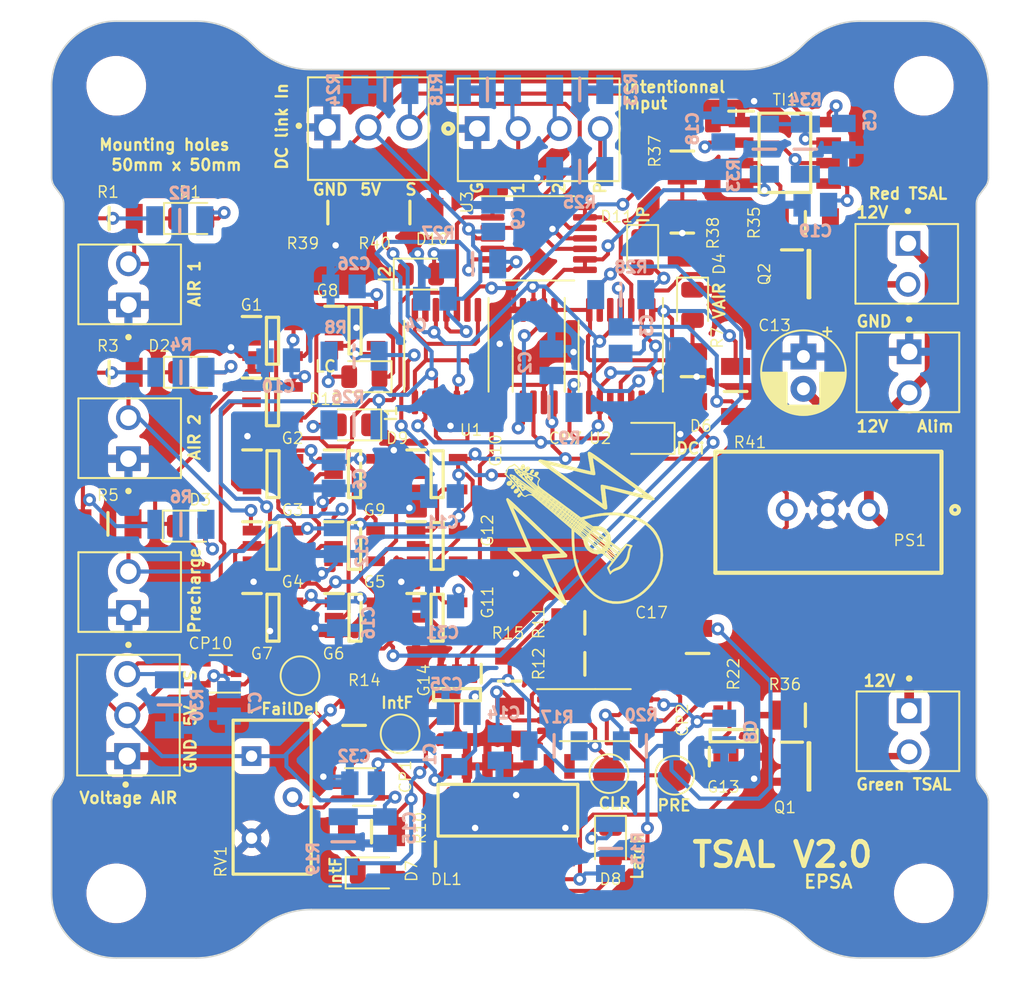
<source format=kicad_pcb>
(kicad_pcb (version 20221018) (generator pcbnew)
  (title_block (title "TSAL") (date "2022-12-04") (rev "V1.0") (company "EPSA"))
  (layers (0 "F.Cu" signal) (31 "B.Cu" signal) (34 "B.Paste" user) (35 "F.Paste" user) (36 "B.SilkS" user "B.Silkscreen") (37 "F.SilkS" user "F.Silkscreen") (38 "B.Mask" user) (39 "F.Mask" user) (44 "Edge.Cuts" user))
  (net 0 "")
  (net 1 "Net-(CP2-IN1+)")
  (net 2 "+5V")
  (net 3 "Net-(CP1-IN+)")
  (net 4 "Net-(CP2-IN2+)")
  (net 5 "Net-(CP1-IN-)")
  (net 6 "Net-(D1-A)")
  (net 7 "Net-(D2-A)")
  (net 8 "Net-(D3-A)")
  (net 9 "Net-(D4-A)")
  (net 10 "Net-(D6-A)")
  (net 11 "+12V")
  (net 12 "Net-(D9-A)")
  (net 13 "Net-(D10-A)")
  (net 14 "Net-(D11-A)")
  (net 15 "GND")
  (net 16 "/Int_del")
  (net 17 "/CLR")
  (net 18 "/mid_Pot")
  (net 19 "/PRE")
  (net 20 "/SCS compliance")
  (net 21 "/DC-Link_In")
  (net 22 "/4.25V")
  (net 23 "/0.75V")
  (net 24 "/VoltageAIR")
  (net 25 "/Raw_VoltageAIR")
  (net 26 "/AIR_1")
  (net 27 "/AIR_2")
  (net 28 "/PreCharge")
  (net 29 "Net-(D7-K)")
  (net 30 "Net-(D8-K)")
  (net 31 "Net-(D12-A)")
  (net 32 "/Int_AIR_1")
  (net 33 "/Int_AIR_2")
  (net 34 "/Int_PreCharge")
  (net 35 "/Int_log")
  (net 36 "/Raw_Int_AIR_1")
  (net 37 "/Raw_Int_AIR_2")
  (net 38 "/Raw_DC-Link_In")
  (net 39 "/Raw_Int_PreCharge")
  (net 40 "Net-(TI1-THRESHOLD)")
  (net 41 "Net-(TI1-CONTROL_VOLTAGE)")
  (net 42 "/INT")
  (net 46 "Net-(G1-Pad4)")
  (net 47 "Net-(G2-Pad4)")
  (net 48 "Net-(G3-Pad4)")
  (net 49 "Net-(G4-Pad4)")
  (net 50 "Net-(G10-Pad2)")
  (net 51 "Net-(G11-Pad1)")
  (net 52 "/Lightning_cond")
  (net 53 "Net-(G10-Pad1)")
  (net 54 "Net-(G10-Pad4)")
  (net 55 "Net-(G11-Pad4)")
  (net 56 "Net-(G12-Pad4)")
  (net 57 "Net-(G13-Pad4)")
  (net 58 "Net-(J7-Pad2)")
  (net 59 "Net-(J11-Pad2)")
  (net 60 "Net-(Q1-Pad1)")
  (net 61 "Net-(Q2-Pad1)")
  (net 62 "Net-(TI1-DISCHARGE)")
  (net 63 "/Clign")
  (net 64 "Net-(G6-Pad1)")
  (footprint "EPSA:CAPC2012X130N" (layer "F.Cu") (at 135.5725 65.405 -90)
    (fp_text reference "C17")
    (fp_text value "2.2u" hide)
  )
  (footprint "LED_SMD:LED_0805_2012Metric" (layer "F.Cu") (at 118.11 48.26 180)
    (fp_text reference "D12")
    (fp_text value "LED")
  )
  (footprint "EPSA:SOT95P280X145-5N" (layer "F.Cu") (at 117.505 58.74)
    (fp_text reference "G5")
    (fp_text value "Gate AND SN74AHCT1G08DBVR" hide)
  )
  (footprint "EPSA:RESC3216X70N" (layer "F.Cu") (at 102.31 38.465 180)
    (fp_text reference "R1")
    (fp_text value "10k" hide)
  )
  (footprint "EPSA:Mandolule Silk" (layer "F.Cu") (at 131.699 57.658)
    (fp_text reference "Ref**" hide)
    (fp_text value "Val**" hide)
  )
  (footprint "EPSA:SOIC127P600X175-8N" (layer "F.Cu") (at 144.145 34.4025)
    (fp_text reference "TI1")
    (fp_text value "Timer 555 LM555CMX_NOPB" hide)
  )
  (footprint "EPSA:RESC3216X70N" (layer "F.Cu") (at 145.415 69.215)
    (fp_text reference "R36")
    (fp_text value "10k" hide)
  )
  (footprint "LED_SMD:LED_0805_2012Metric" (layer "F.Cu") (at 107.39 47.99)
    (fp_text reference "D2")
    (fp_text value "LED")
  )
  (footprint "Package_SO:TSSOP-8_4.4x3mm_P0.65mm" (layer "F.Cu") (at 132.405 69.215)
    (fp_text reference "CP2")
    (fp_text value "Comparateur Double LM393LVDR")
  )
  (footprint "EPSA:RESC3216X70N" (layer "F.Cu") (at 137.795 34.29 90)
    (fp_text reference "R37")
    (fp_text value "82k" hide)
  )
  (footprint "MountingHole:MountingHole_3.2mm_M3" (layer "F.Cu") (at 152.75 30.25)
    (fp_text reference "H1" hide)
    (fp_text value "MountingHole")
  )
  (footprint "Package_SO:TSSOP-14_4.4x5mm_P0.65mm" (layer "F.Cu") (at 133.985 46.99 -90)
    (fp_text reference "U2")
    (fp_text value "Opamp_Quad")
  )
  (footprint "EPSA:SOT95P237X112-3N" (layer "F.Cu") (at 145.635 41.91)
    (fp_text reference "Q2")
    (fp_text value "NMOS SQ2348ES-T1_GE3" hide)
  )
  (footprint "LED_SMD:LED_0805_2012Metric" (layer "F.Cu") (at 133.35 77.1375 -90)
    (fp_text reference "D8")
    (fp_text value "LED")
  )
  (footprint "TestPoint:TestPoint_Pad_D2.0mm" (layer "F.Cu") (at 114.125031 66.777064)
    (fp_text reference "TP2" hide)
    (fp_text value "type=\"R\" model=\"TestPoint\" lib=\"\"")
  )
  (footprint "EPSA:RESC3216X70N" (layer "F.Cu") (at 137.795 39.37 90)
    (fp_text reference "R38")
    (fp_text value "12k" hide)
  )
  (footprint "LED_SMD:LED_0805_2012Metric" (layer "F.Cu") (at 117.46845 51.243969 180)
    (fp_text reference "D9")
    (fp_text value "LED")
  )
  (footprint "EPSA:MOLEX_22-11-2042" (layer "F.Cu") (at 128.905 32.90268)
    (fp_text reference "J8" hide)
    (fp_text value "4P Droit 22-11-2042")
  )
  (footprint "EPSA:SOIC127P600X175-14N" (layer "F.Cu") (at 127 75.102 90)
    (fp_text reference "DL1")
    (fp_text value "Bascule D SN74HCS72QDRQ1" hide)
  )
  (footprint "EPSA:RESC3216X70N" (layer "F.Cu") (at 102.235 57.375 180)
    (fp_text reference "R5")
    (fp_text value "10k" hide)
  )
  (footprint "EPSA:SOT95P280X145-5N" (layer "F.Cu") (at 112.455 54.295)
    (fp_text reference "G3")
    (fp_text value "Gate AND SN74AHCT1G08DBVR" hide)
  )
  (footprint "EPSA:SOT95P280X145-5N" (layer "F.Cu") (at 122.615 58.74)
    (fp_text reference "G12")
    (fp_text value "Gate NOR SN74AHCT1G02DBVR" hide)
  )
  (footprint "EPSA:MOLEX_22-11-2022" (layer "F.Cu") (at 151.84 46.72 -90)
    (fp_text reference "J6" hide)
    (fp_text value "2P Droit 2-11-2022")
  )
  (footprint "EPSA:RESC3216X70N" (layer "F.Cu") (at 138.43 48.26 -90)
    (fp_text reference "R7")
    (fp_text value "500" hide)
  )
  (footprint "EPSA:RESC3216X70N" (layer "F.Cu") (at 127.108614 67.110938 90)
    (fp_text reference "R15")
    (fp_text value "500k" hide)
  )
  (footprint "EPSA:SOT95P237X112-3N" (layer "F.Cu") (at 145.635 72.39)
    (fp_text reference "Q1")
    (fp_text value "NMOS SQ2348ES-T1_GE3" hide)
  )
  (footprint "Capacitor_THT:CP_Radial_D5.0mm_P2.00mm" (layer "F.Cu") (at 145.29512 47.012197 -90)
    (fp_text reference "C13")
    (fp_text value "C")
  )
  (footprint "LED_SMD:LED_0805_2012Metric" (layer "F.Cu") (at 118.638075 78.983011)
    (fp_text reference "D7")
    (fp_text value "LED")
  )
  (footprint "EPSA:MOLEX_22-11-2022" (layer "F.Cu") (at 103.505 53.34 90)
    (fp_text reference "J2" hide)
    (fp_text value "2P Droit 2-11-2022")
  )
  (footprint "MountingHole:MountingHole_3.2mm_M3" (layer "F.Cu") (at 102.75 30.25)
    (fp_text reference "H2" hide)
    (fp_text value "MountingHole")
  )
  (footprint "EPSA:SOT95P280X145-5N" (layer "F.Cu") (at 122.615 54.295)
    (fp_text reference "G10")
    (fp_text value "Gate OR SN74AHCT1G32DBVR" hide)
  )
  (footprint "EPSA:SOT95P280X145-5N" (layer "F.Cu") (at 117.535 45.4)
    (fp_text reference "G8")
    (fp_text value "Gate AND SN74AHCT1G08DBVR" hide)
  )
  (footprint "EPSA:MOLEX_22-11-2022" (layer "F.Cu") (at 151.84 68.945 -90)
    (fp_text reference "J7" hide)
    (fp_text value "2P Droit 2-11-2022")
  )
  (footprint "EPSA:SOT95P280X145-5N" (layer "F.Cu") (at 112.455 58.74)
    (fp_text reference "G4")
    (fp_text value "Gate AND SN74AHCT1G08DBVR" hide)
  )
  (footprint "EPSA:SOT95P280X145-5N" (layer "F.Cu") (at 117.505 54.295)
    (fp_text reference "G9")
    (fp_text value "Gate OR SN74AHCT1G32DBVR" hide)
  )
  (footprint "EPSA:MOLEX_22-11-2032" (layer "F.Cu") (at 115.815 32.82768)
    (fp_text reference "J9" hide)
    (fp_text value "3P Droit 22-11-2032")
  )
  (footprint "EPSA:RESC3216X70N" (layer "F.Cu") (at 120.93 38.1 180)
    (fp_text reference "R40")
    (fp_text value "82k" hide)
  )
  (footprint "EPSA:SOT95P280X145-5N" (layer "F.Cu") (at 112.425 49.845)
    (fp_text reference "G2")
    (fp_text value "Gate AND SN74AHCT1G08DBVR" hide)
  )
  (footprint "Package_SO:TSSOP-14_4.4x5mm_P0.65mm" (layer "F.Cu") (at 123.19 46.99 -90)
    (fp_text reference "U1")
    (fp_text value "Opamp_Quad")
  )
  (footprint "EPSA:SOT95P280X145-5N" (layer "F.Cu") (at 123.844648 67.946481 -90)
    (fp_text reference "G14")
    (fp_text value "Gate AND SN74AHCT1G08DBVR" hide)
  )
  (footprint "EPSA:RESC3216X70N" (layer "F.Cu") (at 138.741261 65.397671 90)
    (fp_text reference "R22")
    (fp_text value "500k" hide)
  )
  (footprint "Package_TO_SOT_SMD:SOT-353_SC-70-5" (layer "F.Cu") (at 109.22 66.66 180)
    (fp_text reference "CP10")
    (fp_text value "Comparateur TS391ILT")
  )
  (footprint "EPSA:SOT95P280X145-5N" (layer "F.Cu") (at 112.425 46.035)
    (fp_text reference "G1")
    (fp_text value "Gate AND SN74AHCT1G08DBVR" hide)
  )
  (footprint "EPSA:RESC3216X70N" (layer "F.Cu") (at 145.415 38.735)
    (fp_text reference "R35")
    (fp_text value "10k" hide)
  )
  (footprint "EPSA:RESC3216X70N" (layer "F.Cu") (at 131.7625 63.5 180)
    (fp_text reference "R11")
    (fp_text value "100k" hide)
  )
  (footprint "EPSA:SOT95P280X145-5N" (layer "F.Cu") (at 112.455 63.185)
    (fp_text reference "G7")
    (fp_text value "Gate OR SN74AHCT1G32DBVR" hide)
  )
  (footprint "EPSA:SOT95P280X145-5N" (layer "F.Cu") (at 122.615 63.185)
    (fp_text reference "G11")
    (fp_text value "Gate AND SN74AHCT1G08DBVR" hide)
  )
  (footprint "LED_SMD:LED_0805_2012Metric" (layer "F.Cu") (at 135.339243 40.555825 -90)
    (fp_text reference "D11")
    (fp_text value "LED")
  )
  (footprint "EPSA:MOLEX_22-11-2032" (layer "F.Cu") (at 103.43 71.755 90)
    (fp_text reference "J4" hide)
    (fp_text value "3P Droit 22-11-2032")
  )
  (footprint "EPSA:RESC3216X70N" (layer "F.Cu") (at 117.475 69.85 -90)
    (fp_text reference "R14")
    (fp_text value "10k" hide)
  )
  (footprint "EPSA:RESC3216X70N" (layer "F.Cu") (at 102.31 47.99 180)
    (fp_text reference "R3")
    (fp_text value "10k" hide)
  )
  (footprint "EPSA:RESC3216X70N" (layer "F.Cu") (at 115.85 38.1 180)
    (fp_text reference "R39")
    (fp_text value "12k" hide)
  )
  (footprint "MountingHole:MountingHole_3.2mm_M3" (layer "F.Cu") (at 152.75 80.25)
    (fp_text reference "H4" hide)
    (fp_text value "MountingHole")
  )
  (footprint "EPSA:RESC3216X70N" (layer "F.Cu") (at 131.7625 66.04)
    (fp_text reference "R12")
    (fp_text value "50k" hide)
  )
  (footprint "EPSA:MOLEX_22-11-2022" (layer "F.Cu") (at 151.765 40.005 -90)
    (fp_text reference "J11" hide)
    (fp_text value "2P Droit 2-11-2022")
  )
  (footprint "LED_SMD:LED_0805_2012Metric" (layer "F.Cu") (at 121.6175 41.91)
    (fp_text reference "D10")
    (fp_text value "LED")
  )
  (footprint "LED_SMD:LED_0805_2012Metric" (layer "F.Cu") (at 107.315 57.515)
    (fp_text reference "D3")
    (fp_text value "LED")
  )
  (footprint "EPSA:TSR-2" (layer "F.Cu") (at 153.84232 60.405 180)
    (fp_text reference "PS1")
    (fp_text value "Alim HP TSR_2-2450" hide)
  )
  (footprint "TestPoint:TestPoint_Pad_D2.0mm" (layer "F.Cu") (at 120.323416 70.374163)
    (fp_text reference "TP1" hide)
    (fp_text value "type=\"R\" model=\"TestPoint\" lib=\"\"")
  )
  (footprint "LED_SMD:LED_0805_2012Metric" (layer "F.Cu") (at 107.39 38.465)
    (fp_text reference "D1")
    (fp_text value "LED")
  )
  (footprint "LED_SMD:LED_0805_2012Metric" (layer "F.Cu") (at 135.631134 52.080993 180)
    (fp_text reference "D6")
    (fp_text value "LED")
  )
  (footprint "TestPoint:TestPoint_Pad_D2.0mm" (layer "F.Cu") (at 133.252795 72.837071)
    (fp_text reference "TP3" hide)
    (fp_text value "type=\"R\" model=\"TestPoint\" lib=\"\"")
  )
  (footprint "Package_SO:TSSOP-14_4.4x5mm_P0.65mm" (layer "F.Cu") (at 128.905 39.697159)
    (fp_text reference "U3")
    (fp_text value "Opamp_Quad")
  )
  (footprint "TestPoint:TestPoint_Pad_D2.0mm" (layer "F.Cu") (at 137.326312 72.938997)
    (fp_text reference "TP4" hide)
    (fp_text value "type=\"R\" model=\"TestPoint\" lib=\"\"")
  )
  (footprint "EPSA:3296Y1223LF" (layer "F.Cu") (at 111.125 71.755 180)
    (fp_text reference "RV1")
    (fp_text value "Varystor 3296Y-1-223LF" hide)
  )
  (footprint "EPSA:SOT95P280X145-5N" (layer "F.Cu") (at 140.97 70.485 90)
    (fp_text reference "G13")
    (fp_text value "Gate AND SN74AHCT1G08DBVR" hide)
  )
  (footprint "Package_TO_SOT_SMD:SOT-353_SC-70-5" (layer "F.Cu") (at 118.11 73.66)
    (fp_text reference "CP1")
    (fp_text value "Comparateur TS391ILT")
  )
  (footprint "EPSA:SOT95P280X145-5N" (layer "F.Cu") (at 117.535 63.185)
    (fp_text reference "G6")
    (fp_text value "Gate AND SN74AHCT1G08DBVR" hide)
  )
  (footprint "MountingHole:MountingHole_3.2mm_M3" (layer "F.Cu") (at 102.75 80.25)
    (fp_text reference "H3" hide)
    (fp_text value "MountingHole")
  )
  (footprint "Package_SO:TSSOP-8_4.4x3mm_P0.65mm" (layer "F.Cu") (at 128.905 46.99 -90)
    (fp_text reference "CP7")
    (fp_text value "Comparateur Double LM393LVDR")
  )
  (footprint "EPSA:MOLEX_22-11-2022" (layer "F.Cu") (at 103.505 43.815 90)
    (fp_text reference "J1" hide)
    (fp_text value "2P Droit 2-11-2022")
  )
  (footprint "EPSA:MOLEX_22-11-2022" (layer "F.Cu") (at 103.505 62.865 90)
    (fp_text reference "J3" hide)
    (fp_text value "2P Droit 2-11-2022")
  )
  (footprint "LED_SMD:LED_0805_2012Metric" (layer "F.Cu") (at 138.43 43.815 -90)
    (fp_text reference "D4")
    (fp_text value "LED")
  )
  (footprint "EPSA:RESC3216X70N" (layer "F.Cu") (at 141.09687 49.176974 90)
    (fp_text reference "R41")
    (fp_text value "10k" hide)
  )
  (footprint "EPSA:RESC3216X70N" (layer "F.Cu") (at 118.553761 76.426741 180)
    (fp_text reference "R10")
    (fp_text value "500" hide)
  )
  (footprint "EPSA:CAPC2012X130N" (layer "B.Cu") (at 146.030872 37.613489)
    (fp_text reference "C19")
    (fp_text value "0.01u" hide)
  )
  (footprint "EPSA:CAPC2012X130N" (layer "B.Cu") (at 119.381039 76.338382 -90)
    (fp_text reference "C15")
    (fp_text value "2.2u" hide)
  )
  (footprint "EPSA:RESC3216X70N" (layer "B.Cu") (at 145.415 34.1775 90)
    (fp_text reference "R34")
    (fp_text value "200k" hide)
  )
  (footprint "EPSA:CAPC2012X130N" (layer "B.Cu") (at 122.936 62.484)
    (fp_text reference "C31")
    (fp_text value "10u" hide)
  )
  (footprint "EPSA:CAPC2012X130N" (layer "B.Cu") (at 123.747236 71.586062 -90)
    (fp_text reference "C1")
    (fp_text value "10u" hide)
  )
  (footprint "EPSA:CAPC2012X130N" (layer "B.Cu") (at 122.920905 55.652074)
    (fp_text reference "C11")
    (fp_text value "10u" hide)
  )
  (footprint "EPSA:RESC3216X70N" (layer "B.Cu") (at 106.755 47.99 180)
    (fp_text reference "R4")
    (fp_text value "500" hide)
  )
  (footprint "EPSA:CAPC2012X130N" (layer "B.Cu") (at 109.728 68.45765 90)
    (fp_text reference "C7")
    (fp_text value "10u" hide)
  )
  (footprint "EPSA:CAPC2012X130N" (layer "B.Cu") (at 126.478045 71.189306 90)
    (fp_text reference "C14")
    (fp_text value "1u" hide)
  )
  (footprint "EPSA:RESC3216X70N" (layer "B.Cu") (at 133.985 43.18 180)
    (fp_text reference "R28")
    (fp_text value "500" hide)
  )
  (footprint "EPSA:CAPC2012X130N" (layer "B.Cu") (at 123.952 69.088)
    (fp_text reference "C25")
    (fp_text value "10u" hide)
  )
  (footprint "EPSA:CAPC2012X130N" (layer "B.Cu") (at 147.790967 33.402001 90)
    (fp_text reference "C5")
    (fp_text value "10u" hide)
  )
  (footprint "EPSA:RESC3216X70N" (layer "B.Cu") (at 124.815 41.275)
    (fp_text reference "R27")
    (fp_text value "500" hide)
  )
  (footprint "EPSA:CAPC2012X130N" (layer "B.Cu") (at 118.031695 73.431116)
    (fp_text reference "C32")
    (fp_text value "10u" hide)
  )
  (footprint "EPSA:RESC3216X70N" (layer "B.Cu") (at 125.73 30.48)
    (fp_text reference "R18")
    (fp_text value "500k" hide)
  )
  (footprint "EPSA:RESC3216X70N" (layer "B.Cu") (at 131.445 35.56)
    (fp_text reference "R25")
    (fp_text value "500k" hide)
  )
  (footprint "EPSA:CAPC2012X130N" (layer "B.Cu") (at 133.975279 45.998306 90)
    (fp_text reference "C3")
    (fp_text value "10u" hide)
  )
  (footprint "EPSA:RESC3216X70N" (layer "B.Cu") (at 106.045 68.58 90)
    (fp_text reference "R30")
    (fp_text value "500k" hide)
  )
  (footprint "EPSA:CAPC2012X130N" (layer "B.Cu") (at 129.692356 47.365823 -90)
    (fp_text reference "C2")
    (fp_text value "10u" hide)
  )
  (footprint "EPSA:CAPC2012X130N" (layer "B.Cu") (at 116.528 62.992 90)
    (fp_text reference "C16")
    (fp_text value "10u" hide)
  )
  (footprint "EPSA:CAPC2012X130N" (layer "B.Cu") (at 116.84 42.672)
    (fp_text reference "C26")
    (fp_text value "10u" hide)
  )
  (footprint "EPSA:RESC3216X70N" (layer "B.Cu") (at 116.801825 77.057477 90)
    (fp_text reference "R19")
    (fp_text value "390k" hide)
  )
  (footprint "EPSA:RESC3216X70N" (layer "B.Cu") (at 131.445 30.48 180)
    (fp_text reference "R23")
    (fp_text value "500k" hide)
  )
  (footprint "EPSA:CAPC2012X130N" (layer "B.Cu") (at 122.473649 43.435486)
    (fp_text reference "C4")
    (fp_text value "10u" hide)
  )
  (footprint "EPSA:RESC3216X70N" (layer "B.Cu") (at 129.54 50.165 180)
    (fp_text reference "R9")
    (fp_text value "500" hide)
  )
  (footprint "EPSA:RESC3216X70N" (layer "B.Cu") (at 142.875 34.1775 -90)
    (fp_text reference "R33")
    (fp_text value "2k" hide)
  )
  (footprint "EPSA:CAPC2012X130N" (layer "B.Cu") (at 140.393322 70.23206 90)
    (fp_text reference "C8")
    (fp_text value "10u" hide)
  )
  (footprint "EPSA:CAPC2012X130N" (layer "B.Cu") (at 140.335 32.9075 -90)
    (fp_text reference "C18")
    (fp_text value "1u" hide)
  )
  (footprint "EPSA:CAPC2012X130N" (layer "B.Cu") (at 126.091553 38.45438 -90)
    (fp_text reference "C9")
    (fp_text value "10u" hide)
  )
  (footprint "EPSA:CAPC2012X130N" (layer "B.Cu") (at 116.332 58.42 90)
    (fp_text reference "C12")
    (fp_text value "10u" hide)
  )
  (footprint "EPSA:CAPC2012X130N" (layer "B.Cu") (at 116.205 54.356 90)
    (fp_text reference "C6")
    (fp_text value "10u" hide)
  )
  (footprint "EPSA:RESC3216X70N" (layer "B.Cu") (at 117.475 46.99 180)
    (fp_text reference "R8")
    (fp_text value "500" hide)
  )
  (footprint "EPSA:RESC3216X70N" (layer "B.Cu") (at 106.755 57.404 180)
    (fp_text reference "R6")
    (fp_text value "500" hide)
  )
  (footprint "EPSA:RESC3216X70N" (layer "B.Cu") (at 129.8575 71.12 180)
    (fp_text reference "R17")
    (fp_text value "5k" hide)
  )
  (footprint "EPSA:RESC3216X70N" (layer "B.Cu") (at 119.38 30.48)
    (fp_text reference "R24")
    (fp_text value "500k" hide)
  )
  (footprint "EPSA:RESC3216X70N" (layer "B.Cu") (at 135.5725 71.12)
    (fp_text reference "R20")
    (fp_text value "5k" hide)
  )
  (footprint "EPSA:RESC3216X70N" (layer "B.Cu") (at 117.46845 51.243969)
    (fp_text reference "R26")
    (fp_text value "500" hide)
  )
  (footprint "EPSA:RESC3216X70N" (layer "B.Cu") (at 106.68 38.608 180)
    (fp_text reference "R2")
    (fp_text value "500" hide)
  )
  (footprint "EPSA:CAPC2012X130N" (layer "B.Cu") (at 112.776 47.244)
    (fp_text reference "C10")
    (fp_text value "10u" hide)
  )
  (footprint "EPSA:RESC3216X70N" (layer "B.Cu") (at 133.35 77.47 90)
    (fp_text reference "R13")
    (fp_text value "500" hide)
  )
  (gr_arc (start 98.75 74.583333) (mid 98.801317 74.267105) (end 98.95 73.983333) (stroke (width 0.1)) (layer "Edge.Cuts"))
  (gr_arc (start 107.678932 26.25) (mid 109.592342 26.630613) (end 111.214466 27.714466) (stroke (width 0.1)) (layer "Edge.Cuts"))
  (gr_line (start 145.214466 27.785534) (end 145.285534 27.714466) (stroke (width 0.1)) (layer "Edge.Cuts"))
  (gr_arc (start 148.821068 84.25) (mid 146.907651 83.869398) (end 145.285534 82.785534) (stroke (width 0.1)) (layer "Edge.Cuts"))
  (gr_line (start 156.55 36.516667) (end 156.2 36.983333) (stroke (width 0.1)) (layer "Edge.Cuts"))
  (gr_arc (start 114.821068 29.25) (mid 112.907658 28.869387) (end 111.285534 27.785534) (stroke (width 0.1)) (layer "Edge.Cuts"))
  (gr_line (start 99.3 36.983333) (end 98.95 36.516667) (stroke (width 0.1)) (layer "Edge.Cuts"))
  (gr_line (start 98.75 80.25) (end 98.75 74.583333) (stroke (width 0.1)) (layer "Edge.Cuts"))
  (gr_line (start 156.2 73.516667) (end 156.55 73.983333) (stroke (width 0.1)) (layer "Edge.Cuts"))
  (gr_line (start 107.678932 84.25) (end 102.75 84.25) (stroke (width 0.1)) (layer "Edge.Cuts"))
  (gr_arc (start 102.75 84.25) (mid 99.921573 83.078427) (end 98.75 80.25) (stroke (width 0.1)) (layer "Edge.Cuts"))
  (gr_line (start 98.95 73.983333) (end 99.3 73.516667) (stroke (width 0.1)) (layer "Edge.Cuts"))
  (gr_line (start 111.214466 27.714466) (end 111.285534 27.785534) (stroke (width 0.1)) (layer "Edge.Cuts"))
  (gr_arc (start 156 37.583333) (mid 156.051307 37.2671) (end 156.2 36.983333) (stroke (width 0.1)) (layer "Edge.Cuts"))
  (gr_line (start 102.75 26.25) (end 107.678932 26.25) (stroke (width 0.1)) (layer "Edge.Cuts"))
  (gr_arc (start 156.75 80.25) (mid 155.578427 83.078427) (end 152.75 84.25) (stroke (width 0.1)) (layer "Edge.Cuts"))
  (gr_line (start 145.285534 82.785534) (end 145.214466 82.714466) (stroke (width 0.1)) (layer "Edge.Cuts"))
  (gr_line (start 114.821068 29.25) (end 141.678932 29.25) (stroke (width 0.1)) (layer "Edge.Cuts"))
  (gr_arc (start 156.2 73.516667) (mid 156.051326 73.232893) (end 156 72.916667) (stroke (width 0.1)) (layer "Edge.Cuts"))
  (gr_line (start 156 37.583333) (end 156 72.916667) (stroke (width 0.1)) (layer "Edge.Cuts"))
  (gr_line (start 99.5 72.916667) (end 99.5 37.583333) (stroke (width 0.1)) (layer "Edge.Cuts"))
  (gr_line (start 111.285534 82.714466) (end 111.214466 82.785534) (stroke (width 0.1)) (layer "Edge.Cuts"))
  (gr_arc (start 156.75 35.916667) (mid 156.698683 36.232895) (end 156.55 36.516667) (stroke (width 0.1)) (layer "Edge.Cuts"))
  (gr_line (start 98.75 35.916667) (end 98.75 30.25) (stroke (width 0.1)) (layer "Edge.Cuts"))
  (gr_line (start 156.75 74.583333) (end 156.75 80.25) (stroke (width 0.1)) (layer "Edge.Cuts"))
  (gr_line (start 148.821068 26.25) (end 152.75 26.25) (stroke (width 0.1)) (layer "Edge.Cuts"))
  (gr_arc (start 98.95 36.516667) (mid 98.801317 36.232895) (end 98.75 35.916667) (stroke (width 0.1)) (layer "Edge.Cuts"))
  (gr_line (start 156.75 30.25) (end 156.75 35.916667) (stroke (width 0.1)) (layer "Edge.Cuts"))
  (gr_line (start 152.75 84.25) (end 148.821068 84.25) (stroke (width 0.1)) (layer "Edge.Cuts"))
  (gr_arc (start 111.214466 82.785534) (mid 109.592351 83.869408) (end 107.678932 84.25) (stroke (width 0.1)) (layer "Edge.Cuts"))
  (gr_arc (start 145.214466 27.785534) (mid 143.592351 28.869408) (end 141.678932 29.25) (stroke (width 0.1)) (layer "Edge.Cuts"))
  (gr_arc (start 156.55 73.983333) (mid 156.698683 74.267105) (end 156.75 74.583333) (stroke (width 0.1)) (layer "Edge.Cuts"))
  (gr_arc (start 141.678932 81.25) (mid 143.592342 81.630613) (end 145.214466 82.714466) (stroke (width 0.1)) (layer "Edge.Cuts"))
  (gr_arc (start 111.285534 82.714466) (mid 112.907649 81.630592) (end 114.821068 81.25) (stroke (width 0.1)) (layer "Edge.Cuts"))
  (gr_line (start 141.678932 81.25) (end 114.821068 81.25) (stroke (width 0.1)) (layer "Edge.Cuts"))
  (gr_arc (start 152.75 26.25) (mid 155.578427 27.421573) (end 156.75 30.25) (stroke (width 0.1)) (layer "Edge.Cuts"))
  (gr_arc (start 99.5 72.916667) (mid 99.448683 73.232895) (end 99.3 73.516667) (stroke (width 0.1)) (layer "Edge.Cuts"))
  (gr_arc (start 145.285534 27.714466) (mid 146.907649 26.630592) (end 148.821068 26.25) (stroke (width 0.1)) (layer "Edge.Cuts"))
  (gr_arc (start 99.3 36.983333) (mid 99.448683 37.267105) (end 99.5 37.583333) (stroke (width 0.1)) (layer "Edge.Cuts"))
  (gr_arc (start 98.75 30.25) (mid 99.921573 27.421573) (end 102.75 26.25) (stroke (width 0.1)) (layer "Edge.Cuts"))
  (gr_text "EPSA" (at 145.25 80) (layer "F.SilkS") (effects (font (size 0.8 0.8)) (justify left bottom)))
  (gr_text "DCi" (at 138.303 52.705) (layer "F.SilkS") (effects (font (size 0.7 0.7) (thickness 0.14) bold)))
  (gr_text "Alim" (at 152.25 51.75) (layer "F.SilkS") (effects (font (size 0.7 0.7)) (justify left bottom)))
  (gr_text "AIR 2" (at 108 52 90) (layer "F.SilkS") (effects (font (size 0.7 0.7)) (justify bottom)))
  (gr_text "GND" (at 107.75 71.75 90) (layer "F.SilkS") (effects (font (size 0.7 0.7)) (justify bottom)))
  (gr_text "Voltage AIR" (at 103.5 74.75) (layer "F.SilkS") (effects (font (size 0.7 0.7)) (justify bottom)))
  (gr_text "I2" (at 119.38 41.91 90) (layer "F.SilkS") (effects (font (size 0.7 0.7) (thickness 0.14) bold)))
  (gr_text "DC link In" (at 113.411 32.766 90) (layer "F.SilkS") (effects (font (size 0.7 0.7)) (justify bottom)))
  (gr_text "5V" (at 107.75 69.25 90) (layer "F.SilkS") (effects (font (size 0.7 0.7)) (justify bottom)))
  (gr_text "G" (at 125.095 36.576 90) (layer "F.SilkS") (effects (font (size 0.7 0.7))))
  (gr_text "P" (at 132.715 36.576 90) (layer "F.SilkS") (effects (font (size 0.7 0.7))))
  (gr_text "S" (at 121 37.084) (layer "F.SilkS") (effects (font (size 0.7 0.7)) (justify bottom)))
  (gr_text "IntF" (at 120.142 68.453) (layer "F.SilkS") (effects (font (size 0.7 0.7) (thickness 0.14) bold)))
  (gr_text "I1" (at 119.761 50.546 90) (layer "F.SilkS") (effects (font (size 0.7 0.7) (thickness 0.14) bold)))
  (gr_text "5V" (at 118.5 37.084) (layer "F.SilkS") (effects (font (size 0.7 0.7)) (justify bottom)))
  (gr_text "Mounting holes" (at 101.612 34.31) (layer "F.SilkS") (effects (font (size 0.7 0.7)) (justify left bottom)))
  (gr_text "2" (at 130.175 36.576 90) (layer "F.SilkS") (effects (font (size 0.7 0.7))))
  (gr_text "Red TSAL" (at 151.765 37.338) (layer "F.SilkS") (effects (font (size 0.7 0.7)) (justify bottom)))
  (gr_text "GND" (at 148.5 45.25) (layer "F.SilkS") (effects (font (size 0.7 0.7)) (justify left bottom)))
  (gr_text "VAIR" (at 140.081 43.561 90) (layer "F.SilkS") (effects (font (size 0.7 0.7) (thickness 0.14) bold)))
  (gr_text "GND" (at 116 37.084) (layer "F.SilkS") (effects (font (size 0.7 0.7)) (justify bottom)))
  (gr_text "12V" (at 148.5 38.5) (layer "F.SilkS") (effects (font (size 0.7 0.7)) (justify left bottom)))
  (gr_text "Green TSAL" (at 151.511 73.914) (layer "F.SilkS") (effects (font (size 0.7 0.7)) (justify bottom)))
  (gr_text "TSAL V2.0" (at 138.265 78.73) (layer "F.SilkS") (effects (font (size 1.5 1.5) (thickness 0.3) bold) (justify left bottom)))
  (gr_text "12V" (at 150 67.5) (layer "F.SilkS") (effects (font (size 0.7 0.7)) (justify bottom)))
  (gr_text "12V" (at 148.5 51.75) (layer "F.SilkS") (effects (font (size 0.7 0.7)) (justify left bottom)))
  (gr_text "FailDel" (at 113.538 68.834) (layer "F.SilkS") (effects (font (size 0.7 0.7) (thickness 0.14) bold)))
  (gr_text "Input" (at 134.112 31.75) (layer "F.SilkS") (effects (font (size 0.7 0.7)) (justify left bottom)))
  (gr_text "Precharge\n" (at 108 61.5 90) (layer "F.SilkS") (effects (font (size 0.7 0.7)) (justify bottom)))
  (gr_text "Intentionnal" (at 134.112 30.734) (layer "F.SilkS") (effects (font (size 0.7 0.7)) (justify left bottom)))
  (gr_text "LC" (at 115.697 47.625) (layer "F.SilkS") (effects (font (size 0.7 0.7) (thickness 0.14) bold)))
  (gr_text "CLR" (at 133.604 74.676) (layer "F.SilkS") (effects (font (size 0.7 0.7) (thickness 0.14) bold)))
  (gr_text "1" (at 127.635 36.576 90) (layer "F.SilkS") (effects (font (size 0.7 0.7))))
  (gr_text "IntF" (at 116.332 78.994 90) (layer "F.SilkS") (effects (font (size 0.7 0.7) (thickness 0.14) bold)))
  (gr_text "Latch" (at 135.001 77.978 90) (layer "F.SilkS") (effects (font (size 0.7 0.7) (thickness 0.14) bold)))
  (gr_text "IP" (at 135.382 38.227 90) (layer "F.SilkS") (effects (font (size 0.7 0.7) (thickness 0.14) bold)))
  (gr_text "PRE" (at 137.287 74.803) (layer "F.SilkS") (effects (font (size 0.7 0.7) (thickness 0.14) bold)))
  (gr_text "AIR 1" (at 108 42.5 90) (layer "F.SilkS") (effects (font (size 0.7 0.7)) (justify bottom)))
  (gr_text "50mm x 50mm " (at 102.362 35.56) (layer "F.SilkS") (effects (font (size 0.7 0.7)) (justify left bottom)))
  (gr_text "S" (at 107.75 66.75 90) (layer "F.SilkS") (effects (font (size 0.7 0.7)) (justify bottom)))
  (segment (start 127.080938 68.152938) (end 126.7085 67.7805) (width 0.25) (layer "F.Cu") (net 1))
  (segment (start 127.108614 69.323614) (end 127.108614 68.971114) (width 0.25) (layer "F.Cu") (net 1))
  (segment (start 127.080938 68.660938) (end 127.080938 68.152938) (width 0.25) (layer "F.Cu") (net 1))
  (segment (start 129.5425 69.54) (end 127.325 69.54) (width 0.25) (layer "F.Cu") (net 1))
  (segment (start 126.7085 67.7805) (end 126.29789 67.7805) (width 0.25) (layer "F.Cu") (net 1))
  (segment (start 127.325 69.54) (end 127.108614 69.323614) (width 0.25) (layer "F.Cu") (net 1))
  (via (at 126.29789 67.7805) (size 0.8) (drill 0.4) (layers "F.Cu" "B.Cu") (net 1))
  (segment (start 126.365 67.84761) (end 126.365 70.256261) (width 0.25) (layer "B.Cu") (net 1))
  (segment (start 126.29789 67.7805) (end 126.365 67.84761) (width 0.25) (layer "B.Cu") (net 1))
  (segment (start 114.3 38.1) (end 114.3 36.88268) (width 0.25) (layer "F.Cu") (net 2))
  (segment (start 133.985 42.934598) (end 133.834951 42.784549) (width 0.25) (layer "F.Cu") (net 2))
  (segment (start 123.19 72.50606) (end 122.474424 73.221636) (width 0.25) (layer "F.Cu") (net 2))
  (segment (start 113.755 52.996) (end 113.755 53.345) (width 0.25) (layer "F.Cu") (net 2))
  (segment (start 117.905 60.755) (end 118.835 61.685) (width 0.25) (layer "F.Cu") (net 2))
  (segment (start 123.915 56.933) (end 123.952 56.896) (width 0.25) (layer "F.Cu") (net 2))
  (segment (start 139.147202 69.185) (end 138.715321 69.616881) (width 0.25) (layer "F.Cu") (net 2))
  (segment (start 135.2675 68.24) (end 136.312 68.24) (width 0.25) (layer "F.Cu") (net 2))
  (segment (start 124.412498 54.308498) (end 124.815 54.711) (width 0.25) (layer "F.Cu") (net 2))
  (segment (start 141.09687 50.726974) (end 141.09687 52.19687) (width 0.25) (layer "F.Cu") (net 2))
  (segment (start 124.815 54.711) (end 124.815 56.033) (width 0.25) (layer "F.Cu") (net 2))
  (segment (start 118.1185 62.235) (end 117.8595 61.976) (width 0.25) (layer "F.Cu") (net 2))
  (segment (start 144.26232 57.55036) (end 138.741261 63.071419) (width 0.25) (layer "F.Cu") (net 2))
  (segment (start 134.112 30.734) (end 120.44868 30.734) (width 0.25) (layer "F.Cu") (net 2))
  (segment (start 124.4155 45.4645) (end 123.4425 45.4645) (width 0.25) (layer "F.Cu") (net 2))
  (segment (start 112.785321 56.397321) (end 112.785321 56.01707) (width 0.25) (layer "F.Cu") (net 2))
  (segment (start 139.065 30.48) (end 137.795 31.75) (width 0.25) (layer "F.Cu") (net 2))
  (segment (start 123.068 62.235) (end 123.915 62.235) (width 0.25) (layer "F.Cu") (net 2))
  (segment (start 127.108614 65.560938) (end 127.108614 66.947386) (width 0.25) (layer "F.Cu") (net 2))
  (segment (start 112.776 56.007749) (end 112.776 54.864) (width 0.25) (layer "F.Cu") (net 2))
  (segment (start 117.8645 53.345) (end 117.8595 53.34) (width 0.25) (layer "F.Cu") (net 2))
  (segment (start 140.843 49.784) (end 141.09687 50.03787) (width 0.25) (layer "F.Cu") (net 2))
  (segment (start 145.6545 32.4975) (end 143.637 30.48) (width 0.25) (layer "F.Cu") (net 2))
  (segment (start 123.915 54.308498) (end 124.412498 54.308498) (width 0.25) (layer "F.Cu") (net 2))
  (segment (start 129.722314 51.06913) (end 129.757 51.103816) (width 0.25) (layer "F.Cu") (net 2))
  (segment (start 137.795 32.74) (end 136.118 32.74) (width 0.25) (layer "F.Cu") (net 2))
  (segment (start 117.905 56.183) (end 118.805 57.083) (width 0.25) (layer "F.Cu") (net 2))
  (segment (start 125.041159 39.697159) (end 126.0425 39.697159) (width 0.25) (layer "F.Cu") (net 2))
  (segment (start 113.755 53.885) (end 113.755 53.345) (width 0.25) (layer "F.Cu") (net 2))
  (segment (start 105.725 67.31) (end 103.82 69.215) (width 0.25) (layer "F.Cu") (net 2))
  (segment (start 123.915 53.345) (end 123.915 54.308498) (width 0.25) (layer "F.Cu") (net 2))
  (segment (start 108.27 67.31) (end 105.725 67.31) (width 0.25) (layer "F.Cu") (net 2))
  (segment (start 117.905 59.133) (end 117.905 60.755) (width 0.25) (layer "F.Cu") (net 2))
  (segment (start 124.5645 39.121659) (end 124.5645 39.2205) (width 0.25) (layer "F.Cu") (net 2))
  (segment (start 117.8595 57.396436) (end 118.488968 56.766968) (width 0.25) (layer "F.Cu") (net 2))
  (segment (start 100.685 48.065) (end 100.685 57.375) (width 0.25) (layer "F.Cu") (net 2))
  (segment (start 123.915 53.345) (end 124.6715 53.345) (width 0.25) (layer "F.Cu") (net 2))
  (segment (start 113.725 45.960402) (end 113.695952 45.98945) (width 0.25) (layer "F.Cu") (net 2))
  (segment (start 114.3 38.1) (end 114.3 43.581) (width 0.25) (layer "F.Cu") (net 2))
  (segment (start 108.27 67.297623) (end 108.791103 66.77652) (width 0.25) (layer "F.Cu") (net 2))
  (segment (start 113.725 48.454) (end 113.725 48.895) (width 0.25) (layer "F.Cu") (net 2))
  (segment (start 114.808 52.832) (end 113.919 52.832) (width 0.25) (layer "F.Cu") (net 2))
  (segment (start 141.09687 52.19687) (end 141.09687 52.31419) (width 0.25) (layer "F.Cu") (net 2))
  (segment (start 118.805 53.345) (end 118.805 53.788) (width 0.25) (layer "F.Cu") (net 2))
  (segment (start 114.3 43.581) (end 114.544 43.825) (width 0.25) (layer "F.Cu") (net 2))
  (segment (start 114.822336 61.798065) (end 114.385401 62.235) (width 0.25) (layer "F.Cu") (net 2))
  (segment (start 123.915 54.308498) (end 123.952 54.345498) (width 0.25) (layer "F.Cu") (net 2))
  (segment (start 122.665 61.832) (end 123.068 62.235) (width 0.25) (layer "F.Cu") (net 2))
  (segment (start 124.5645 39.2205) (end 125.041159 39.697159) (width 0.25) (layer "F.Cu") (net 2))
  (segment (start 120.512011 78.983011) (end 119.575575 78.983011) (width 0.25) (layer "F.Cu") (net 2))
  (segment (start 114.4105 48.26) (end 113.919 48.26) (width 0.25) (layer "F.Cu") (net 2))
  (segment (start 133.35 79.248) (end 132.498 80.1) (width 0.25) (layer "F.Cu") (net 2))
  (segment (start 124.6715 53.345) (end 124.968 53.0485) (width 0.25) (layer "F.Cu") (net 2))
  (segment (start 118.835 44.45) (end 118.835 43.825) (width 0.25) (layer "F.Cu") (net 2))
  (segment (start 130.2125 63.5) (end 129.169552 63.5) (width 0.25) (layer "F.Cu") (net 2))
  (segment (start 139.929502 49.784) (end 140.843 49.784) (width 0.25) (layer "F.Cu") (net 2))
  (segment (start 114.4905 43.8785) (end 113.725 44.644) (width 0.25) (layer "F.Cu") (net 2))
  (segment (start 123.915 62.235) (end 123.915 61.505) (width 0.25) (layer "F.Cu") (net 2))
  (segment (start 141.09687 52.31419) (end 144.26232 55.47964) (width 0.25) (layer "F.Cu") (net 2))
  (segment (start 123.915 57.79) (end 123.915 56.933) (width 0.25) (layer "F.Cu") (net 2))
  (segment (start 123.19 45.212) (end 123.19 44.1275) (width 0.25) (layer "F.Cu") (net 2))
  (segment (start 118.872 43.18) (end 118.835 43.217) (width 0.25) (layer "F.Cu") (net 2))
  (segment (start 146.856 31.96) (end 147.32 31.496) (width 0.25) (layer "F.Cu") (net 2))
  (segment (start 100.76 38.465) (end 100.76 47.99) (width 0.25) (layer "F.Cu") (net 2))
  (segment (start 111.506 37.084) (end 102.141 37.084) (width 0.25) (layer "F.Cu") (net 2))
  (segment (start 117.905 54.688) (end 117.905 56.183) (width 0.25) (layer "F.Cu") (net 2))
  (segment (start 129.88 49.8525) (end 129.88 50.911444) (width 0.25) (layer "F.Cu") (net 2))
  (segment (start 139.95374 53.34) (end 141.09687 52.19687) (width 0.25) (layer "F.Cu") (net 2))
  (segment (start 130.556 53.34) (end 139.95374 53.34) (width 0.25) (layer "F.Cu") (net 2))
  (segment (start 124.815 56.033) (end 123.915 56.933) (width 0.25) (layer "F.Cu") (net 2))
  (segment (start 113.755 57.367) (end 112.785321 56.397321) (width 0.25) (layer "F.Cu") (net 2))
  (segment (start 146.856 32.4975) (end 145.6545 32.4975) (width 0.25) (layer "F.Cu") (net 2))
  (segment (start 129.169552 63.5) (end 127.108614 65.560938) (width 0.25) (layer "F.Cu") (net 2))
  (segment (start 132.498 80.1) (end 121.629 80.1) (width 0.25) (layer "F.Cu") (net 2))
  (segment (start 112.522 38.1) (end 111.506 37.084) (width 0.25) (layer "F.Cu") (net 2))
  (segment (start 118.955367 72.227966) (end 119.06 72.332599) (width 0.25) (layer "F.Cu") (net 2))
  (segment (start 114.3 36.88268) (end 118.355 32.82768) (width 0.25) (layer "F.Cu") (net 2))
  (segment (start 138.741261 63.071419) (end 138.741261 63.847671) (width 0.25) (layer "F.Cu") (net 2))
  (segment (start 114.3 38.1) (end 112.522 38.1) (width 0.25) (layer "F.Cu") (net 2))
  (segment (start 120.44868 30.734) (end 118.355 32.82768) (width 0.25) (layer "F.Cu") (net 2))
  (segment (start 102.141 37.084) (end 100.76 38.465) (width 0.25) (layer "F.Cu") (net 2))
  (segment (start 140.02 69.185) (end 139.147202 69.185) (width 0.25) (layer "F.Cu") (net 2))
  (segment (start 118.835 43.217) (end 118.835 44.45) (width 0.25) (layer "F.Cu") (net 2))
  (segment (start 129.757 52.541) (end 130.556 53.34) (width 0.25) (layer "F.Cu") (net 2))
  (segment (start 100.685 66.86) (end 100.685 57.375) (width 0.25) (layer "F.Cu") (net 2))
  (segment (start 118.805 53.345) (end 117.8645 53.345) (width 0.25) (layer "F.Cu") (net 2))
  (segment (start 139.98918 63.874949) (end 138.768539 63.874949) (width 0.25) (layer "F.Cu") (net 2))
  (segment (start 129.757 51.103816) (end 129.757 52.541) (width 0.25) (layer "F.Cu") (net 2))
  (segment (start 114.5805 57.652837) (end 114.443337 57.79) (width 0.25) (layer "F.Cu") (net 2))
  (segment (start 127.108614 66.947386) (end 127 67.056) (width 0.25) (layer "F.Cu") (net 2))
  (segment (start 113.725 45.085) (end 113.725 45.960402) (width 0.25) (layer "F.Cu") (net 2))
  (segment (start 116.612 68.3) (end 116.005799 68.906201) (width 0.25) (layer "F.Cu") (net 2))
  (segment (start 114.385401 62.235) (end 113.755 62.235) (width 0.25) (layer "F.Cu") (net 2))
  (segment (start 118.805 58.233) (end 117.905 59.133) (width 0.25) (layer "F.Cu") (net 2))
  (segment (start 144.26232 55.47964) (end 144.26232 57.55036) (width 0.25) (layer "F.Cu") (net 2))
  (segment (start 133.35 78.075) (end 134.65 78.075) (width 0.25) (layer "F.Cu") (net 2))
  (segment (start 124.794648 68.245352) (end 124.968 68.072) (width 0.25) (layer "F.Cu") (net 2))
  (segment (start 143.637 30.48) (end 139.065 30.48) (width 0.25) (layer "F.Cu") (net 2))
  (segment (start 114.443337 57.79) (end 113.755 57.79) (width 0.25) (layer "F.Cu") (net 2))
  (segment (start 117.475 68.3) (end 116.612 68.3) (width 0.25) (layer "F.Cu") (net 2))
  (segment (start 113.725 44.644) (end 113.725 45.085) (width 0.25) (layer "F.Cu") (net 2))
  (segment (start 114.544 43.825) (end 114.4905 43.8785) (width 0.25) (layer "F.Cu") (net 2))
  (segment (start 118.805 57.083) (end 118.805 57.79) (width 0.25) (layer "F.Cu") (net 2))
  (segment (start 118.488968 56.766968) (end 118.805 57.083) (width 0.25) (layer "F.Cu") (net 2))
  (segment (start 119.06 72.332599) (end 119.06 73.01) (width 0.25) (layer "F.Cu") (net 2))
  (segment (start 118.805 57.79) (end 118.805 58.233) (width 0.25) (layer "F.Cu") (net 2))
  (segment (start 100.685 56.287) (end 100.685 57.375) (width 0.25) (layer "F.Cu") (net 2))
  (segment (start 121.629 80.1) (end 120.512011 78.983011) (width 0.25) (layer "F.Cu") (net 2))
  (segment (start 118.835 43.825) (end 114.544 43.825) (width 0.25) (layer "F.Cu") (net 2))
  (segment (start 124.794648 69.246481) (end 124.794648 68.245352) (width 0.25) (layer "F.Cu") (net 2))
  (segment (start 123.915 61.505) (end 123.952 61.468) (width 0.25) (layer "F.Cu") (net 2))
  (segment (start 118.835 62.235) (end 118.1185 62.235) (width 0.25) (layer "F.Cu") (net 2))
  (segment (start 123.4425 45.4645) (end 123.19 45.212) (width 0.25) (layer "F.Cu") (net 2))
  (segment (start 133.35 78.075) (end 133.35 79.248) (width 0.25) (layer "F.Cu") (net 2))
  (segment (start 101.092 55.88) (end 100.685 56.287) (width 0.25) (layer "F.Cu") (net 2))
  (segment (start 118.805 53.788) (end 117.905 54.688) (width 0.25) (layer "F.Cu") (net 2))
  (segment (start 113.919 52.832) (end 113.755 52.996) (width 0.25) (layer "F.Cu") (net 2))
  (segment (start 102.5371 38.456953) (end 100.768047 38.456953) (width 0.25) (layer "F.Cu") (net 2))
  (segment (start 134.65 78.075) (end 135.636 77.089) (width 0.25) (layer "F.Cu") (net 2))
  (segment (start 136.118 32.74) (end 134.112 30.734) (width 0.25) (layer "F.Cu") (net 2))
  (segment (start 137.795 31.75) (end 137.795 32.74) (width 0.25) (layer "F.Cu") (net 2))
  (segment (start 118.835 61.685) (end 118.835 62.235) (width 0.25) (layer "F.Cu") (net 2))
  (segment (start 146.856 32.4975) (end 146.856 31.96) (width 0.25) (layer "F.Cu") (net 2))
  (segment (start 112.776 54.864) (end 113.755 53.885) (width 0.25) (layer "F.Cu") (net 2))
  (segment (start 103.04 69.215) (end 100.685 66.86) (width 0.25) (layer "F.Cu") (net 2))
  (segment (start 112.785321 56.01707) (end 112.776 56.007749) (width 0.25) (layer "F.Cu") (net 2))
  (segment (start 129.88 50.911444) (end 129.722314 51.06913) (width 0.25) (layer "F.Cu") (net 2))
  (segment (start 123.915 58.33) (end 122.665 59.58) (width 0.25) (layer "F.Cu") (net 2))
  (segment (start 102.471487 48.014584) (end 100.784584 48.014584) (width 0.25) (layer "F.Cu") (net 2))
  (segment (start 123.915 57.79) (end 123.915 58.33) (width 0.25) (layer "F.Cu") (net 2))
  (segment (start 135.636 77.089) (end 135.636 76.2) (width 0.25) (layer "F.Cu") (net 2))
  (segment (start 136.312 68.24) (end 136.647701 68.575701) (width 0.25) (layer "F.Cu") (net 2))
  (segment (start 133.985 44.1275) (end 133.985 42.934598) (width 0.25) (layer "F.Cu") (net 2))
  (segment (start 141.09687 50.03787) (end 141.09687 50.726974) (width 0.25) (layer "F.Cu") (net 2))
  (segment (start 113.919 48.26) (end 113.725 48.454) (width 0.25) (layer "F.Cu") (net 2))
  (segment (start 113.755 57.79) (end 113.755 57.367) (width 0.25) (layer "F.Cu") (net 2))
  (segment (start 122.665 59.58) (end 122.665 61.832) (width 0.25) (layer "F.Cu") (net 2))
  (via (at 147.32 31.496) (size 0.8) (drill 0.4) (layers "F.Cu" "B.Cu") (net 2))
  (via (at 116.005799 68.906201) (size 0.8) (drill 0.4) (layers "F.Cu" "B.Cu") (net 2))
  (via (at 124.5645 39.121659) (size 0.8) (drill 0.4) (layers "F.Cu" "B.Cu") (net 2))
  (via (at 138.715321 69.616881) (size 0.8) (drill 0.4) (layers "F.Cu" "B.Cu") (net 2))
  (via (at 108.791103 66.77652) (size 0.8) (drill 0.4) (layers "F.Cu" "B.Cu") (net 2))
  (via (at 117.8595 57.396436) (size 0.8) (drill 0.4) (layers "F.Cu" "B.Cu") (net 2))
  (via (at 135.636 76.2) (size 0.8) (drill 0.4) (layers "F.Cu" "B.Cu") (net 2))
  (via (at 133.834951 42.784549) (size 0.8) (drill 0.4) (layers "F.Cu" "B.Cu") (net 2))
  (via (at 123.952 61.468) (size 0.8) (drill 0.4) (layers "F.Cu" "B.Cu") (net 2))
  (via (at 117.8595 53.34) (size 0.8) (drill 0.4) (layers "F.Cu" "B.Cu") (net 2))
  (via (at 117.8595 61.976) (size 0.8) (drill 0.4) (layers "F.Cu" "B.Cu") (net 2))
  (via (at 139.98918 63.874949) (size 0.8) (drill 0.4) (layers "F.Cu" "B.Cu") (net 2))
  (via (at 123.952 54.345498) (size 0.8) (drill 0.4) (layers "F.Cu" "B.Cu") (net 2))
  (via (at 114.808 52.832) (size 0.8) (drill 0.4) (layers "F.Cu" "B.Cu") (net 2))
  (via (at 113.695952 45.98945) (size 0.8) (drill 0.4) (layers "F.Cu" "B.Cu") (net 2))
  (via (at 127 67.056) (size 0.8) (drill 0.4) (layers "F.Cu" "B.Cu") (net 2))
  (via (at 114.5805 57.652837) (size 0.8) (drill 0.4) (layers "F.Cu" "B.Cu") (net 2))
  (via (at 114.822336 61.798065) (size 0.8) (drill 0.4) (layers "F.Cu" "B.Cu") (net 2))
  (via (at 139.929502 49.784) (size 0.8) (drill 0.4) (layers "F.Cu" "B.Cu") (net 2))
  (via (at 102.471487 48.014584) (size 0.8) (drill 0.4) (layers "F.Cu" "B.Cu") (net 2))
  (via (at 102.5371 38.456953) (size 0.8) (drill 0.4) (layers "F.Cu" "B.Cu") (net 2))
  (via (at 124.968 53.0485) (size 0.8) (drill 0.4) (layers "F.Cu" "B.Cu") (net 2))
  (via (at 123.952 56.896) (size 0.8) (drill 0.4) (layers "F.Cu" "B.Cu") (net 2))
  (via (at 136.647701 68.575701) (size 0.8) (drill 0.4) (layers "F.Cu" "B.Cu") (net 2))
  (via (at 101.092 55.88) (size 0.8) (drill 0.4) (layers "F.Cu" "B.Cu") (net 2))
  (via (at 118.872 43.18) (size 0.8) (drill 0.4) (layers "F.Cu" "B.Cu") (net 2))
  (via (at 124.968 68.072) (size 0.8) (drill 0.4) (layers "F.Cu" "B.Cu") (net 2))
  (via (at 118.955367 72.227966) (size 0.8) (drill 0.4) (layers "F.Cu" "B.Cu") (net 2))
  (via (at 130.556 53.34) (size 0.8) (drill 0.4) (layers "F.Cu" "B.Cu") (net 2))
  (via (at 124.4155 45.4645) (size 0.8) (drill 0.4) (layers "F.Cu" "B.Cu") (net 2))
  (via (at 114.4105 48.26) (size 0.8) (drill 0.4) (layers "F.Cu" "B.Cu") (net 2))
  (via (at 122.474424 73.221636) (size 0.8) (drill 0.4) (layers "F.Cu" "B.Cu") (net 2))
  (via (at 129.722314 51.06913) (size 0.8) (drill 0.4) (layers "F.Cu" "B.Cu") (net 2))
  (segment (start 123.293649 43.435486) (end 124.204514 43.435486) (width 0.25) (layer "B.Cu") (net 2))
  (segment (start 113.157 71.755) (end 111.125 71.755) (width 0.25) (layer "B.Cu") (net 2))
  (segment (start 118.851695 74.188305) (end 118.548884 74.491116) (width 0.25) (layer "B.Cu") (net 2))
  (segment (start 109.652233 66.980233) (end 109.652233 67.63765) (width 0.25) (layer "B.Cu") (net 2))
  (segment (start 117.8595 57.396436) (end 117.655936 57.6) (width 0.25) (layer "B.Cu") (net 2))
  (segment (start 108.791103 66.77652) (end 109.44852 66.77652) (width 0.25) (layer "B.Cu") (net 2))
  (segment (start 135.636 71.755) (end 135.636 72.6065) (width 0.25) (layer "B.Cu") (net 2))
  (segment (start 137.674141 68.575701) (end 137.67844 68.58) (width 0.25) (layer "B.Cu") (net 2))
  (segment (start 105.58 71.755) (end 103.43 69.605) (width 0.25) (layer "B.Cu") (net 2))
  (segment (start 125.2595 53.34) (end 130.556 53.34) (width 0.25) (layer "B.Cu") (net 2))
  (segment (start 117.348 53.34) (end 117.152 53.536) (width 0.25) (layer "B.Cu") (net 2))
  (segment (start 124.5645 39.121659) (end 124.717221 39.27438) (width 0.25) (layer "B.Cu") (net 2))
  (segment (start 114.822336 61.798065) (end 115.196271 62.172) (width 0.25) (layer "B.Cu") (net 2))
  (segment (start 123.451564 57.396436) (end 123.952 56.896) (width 0.25) (layer "B.Cu") (net 2))
  (segment (start 136.647701 68.575701) (end 137.674141 68.575701) (width 0.25) (layer "B.Cu") (net 2))
  (segment (start 113.596 47.244) (end 113.596 46.089402) (width 0.25) (layer "B.Cu") (net 2))
  (segment (start 114.808 52.832) (end 114.808 53.34) (width 0.25) (layer "B.Cu") (net 2))
  (segment (start 101.092 55.88) (end 102.727 57.515) (width 0.25) (layer "B.Cu") (net 2))
  (segment (start 102.727 57.515) (end 105.13 57.515) (width 0.25) (layer "B.Cu") (net 2))
  (segment (start 139.929502 49.784) (end 139.929502 46.965502) (width 0.25) (layer "B.Cu") (net 2))
  (segment (start 129.032 71.12) (end 128.3075 71.12) (width 0.25) (layer "B.Cu") (net 2))
  (segment (start 133.834951 42.784549) (end 133.975279 42.924877) (width 0.25) (layer "B.Cu") (net 2))
  (segment (start 130.556 72.644) (end 129.032 71.12) (width 0.25) (layer "B.Cu") (net 2))
  (segment (start 147.32 32.111034) (end 147.790967 32.582001) (width 0.25) (layer "B.Cu") (net 2))
  (segment (start 137.1225 71.12) (end 136.271 71.12) (width 0.25) (layer "B.Cu") (net 2))
  (segment (start 136.271 71.12) (end 135.636 71.755) (width 0.25) (layer "B.Cu") (net 2))
  (segment (start 133.975279 42.924877) (end 133.975279 45.178306) (width 0.25) (layer "B.Cu") (net 2))
  (segment (start 114.5805 57.652837) (end 116.279163 57.652837) (width 0.25) (layer "B.Cu") (net 2))
  (segment (start 123.952 55.863169) (end 123.952 56.896) (width 0.25) (layer "B.Cu") (net 2))
  (segment (start 125.984 67.056) (end 124.968 68.072) (width 0.25) (layer "B.Cu") (net 2))
  (segment (start 124.8017 39.27438) (end 118.355 32.82768) (width 0.25) (layer "B.Cu") (net 2))
  (segment (start 115.385116 74.491116) (end 113.284 72.39) (width 0.25) (layer "B.Cu") (net 2))
  (segment (start 122.474424 72.672521) (end 122.474424 73.221636) (width 0.25) (layer "B.Cu") (net 2))
  (segment (start 122.931662 73.221636) (end 123.747236 72.406062) (width 0.25) (layer "B.Cu") (net 2))
  (segment (start 102.545147 38.465) (end 102.5371 38.456953) (width 0.25) (layer "B.Cu") (net 2))
  (segment (start 129.722314 51.06913) (end 129.692356 51.039172) (width 0.25) (layer "B.Cu") (net 2))
  (segment (start 123.952 61.468) (end 123.952 62.288) (width 0.25) (layer "B.Cu") (net 2))
  (segment (start 138.881255 74.385) (end 137.1225 72.626245) (width 0.25) (layer "B.Cu") (net 2))
  (segment (start 113.596 46.089402) (end 113.695952 45.98945) (width 0.25) (layer "B.Cu") (net 2))
  (segment (start 137.67844 68.58) (end 138.715321 69.616881) (width 0.25) (layer "B.Cu") (net 2))
  (segment (start 116.005799 68.906201) (end 113.284 71.628) (width 0.25) (layer "B.Cu") (net 2))
  (segment (start 127 67.056) (end 125.984 67.056) (width 0.25) (layer "B.Cu") (net 2))
  (segment (start 105.205 38.465) (end 102.545147 38.465) (width 0.25) (layer "B.Cu") (net 2))
  (segment (start 118.955367 72.227966) (end 119.141632 72.041701) (width 0.25) (layer "B.Cu") (net 2))
  (segment (start 124.968 53.0485) (end 125.2595 53.34) (width 0.25) (layer "B.Cu") (net 2))
  (segment (start 117.655936 57.6) (end 116.739128 57.6) (width 0.25) (layer "B.Cu") (net 2))
  (segment (start 113.284 72.39) (end 113.284 71.628) (width 0.25) (layer "B.Cu") (net 2))
  (segment (start 105.205 47.99) (end 102.496071 47.99) (width 0.25) (layer "B.Cu") (net 2))
  (segment (start 115.004 53.536) (end 116.205 53.536) (width 0.25) (layer "B.Cu") (net 2))
  (segment (start 124.717221 39.27438) (end 126.091553 39.27438) (width 0.25) (layer "B.Cu") (net 2))
  (segment (start 124.841 39.27438) (end 126.091553 39.27438) (width 0.25) (layer "B.Cu") (net 2))
  (segment (start 102.496071 47.99) (end 102.471487 48.014584) (width 0.25) (layer "B.Cu") (net 2))
  (segment (start 125.2895 42.3505) (end 125.2895 40.588104) (width 0.25) (layer "B.Cu") (net 2))
  (segment (start 118.851695 72.331638) (end 118.851695 73.131695) (width 0.25) (layer "B.Cu") (net 2))
  (segment (start 124.204514 43.435486) (end 125.2895 42.3505) (width 0.25) (layer "B.Cu") (net 2))
  (segment (start 117.8595 53.34) (end 117.348 53.34) (width 0.25) (layer "B.Cu") (net 2))
  (segment (start 117.8595 61.976) (end 117.6635 62.172) (width 0.25) (layer "B.Cu") (net 2))
  (segment (start 143.256 67.141769) (end 143.256 73.66) (width 0.25) (layer "B.Cu") (net 2))
  (segment (start 116.739128 57.6) (end 116.535564 57.396436) (width 0.25) (layer "B.Cu") (net 2))
  (segment (start 143.256 73.66) (end 142.531 74.385) (width 0.25) (layer "B.Cu") (net 2))
  (segment (start 111.125 71.755) (end 105.58 71.755) (width 0.25) (layer "B.Cu") (net 2))
  (segment (start 135.636 76.2) (end 135.636 72.6065) (width 0.25) (layer "B.Cu") (net 2))
  (segment (start 113.596 48.191) (end 113.596 47.752) (width 0.25) (layer "B.Cu") (net 2))
  (segment (start 119.141632 72.041701) (end 121.843604 72.041701) (width 0.25) (layer "B.Cu") (net 2))
  (segment (start 129.692356 51.039172) (end 129.692356 48.185823) (width 0.25) (layer "B.Cu") (net 2))
  (segment (start 135.636 72.6065) (end 135.5985 72.644) (width 0.25) (layer "B.Cu") (net 2))
  (segment (start 125.2895 40.588104) (end 124.841 40.139604) (width 0.25) (layer "B.Cu") (net 2))
  (segment (start 142.531 74.385) (end 138.881255 74.385) (width 0.25) (layer "B.Cu") (net 2))
  (segment (start 128.3075 68.3635) (end 127 67.056) (width 0.25) (layer "B.Cu") (net 2))
  (segment (start 118.548884 74.491116) (end 115.385116 74.491116) (width 0.25) (layer "B.Cu") (net 2))
  (segment (start 123.293649 44.342649) (end 123.293649 43.435486) (width 0.25) (layer "B.Cu") (net 2))
  (segment (start 118.872 43.18) (end 118.168 43.18) (width 0.25) (layer "B.Cu") (net 2))
  (segment (start 137.1225 72.626245) (end 137.1225 71.12) (width 0.25) (layer "B.Cu") (net 2))
  (segment (start 124.4155 45.4645) (end 123.293649 44.342649) (width 0.25) (layer "B.Cu") (net 2))
  (segment (start 126.091553 39.27438) (end 124.8017 39.27438) (width 0.25) (layer "B.Cu") (net 2))
  (segment (start 117.152 53.536) (end 116.205 53.536) (width 0.25) (layer "B.Cu") (net 2))
  (segment (start 115.196271 62.172) (end 116.528 62.172) (width 0.25) (layer "B.Cu") (net 2))
  (segment (start 113.284 71.628) (end 113.157 71.755) (width 0.25) (layer "B.Cu") (net 2))
  (segment (start 118.955367 72.227966) (end 118.851695 72.331638) (width 0.25) (layer "B.Cu") (net 2))
  (segment (start 118.168 43.18) (end 117.66 42.672) (width 0.25) (layer "B.Cu") (net 2))
  (segment (start 109.44852 66.77652) (end 109.652233 66.980233) (width 0.25) (layer "B.Cu") (net 2))
  (segment (start 122.474424 73.221636) (end 122.931662 73.221636) (width 0.25) (layer "B.Cu") (net 2))
  (segment (start 139.98918 63.874949) (end 143.256 67.141769) (width 0.25) (layer "B.Cu") (net 2))
  (segment (start 124.968 68.072) (end 124.968 68.892) (width 0.25) (layer "B.Cu") (net 2))
  (segment (start 147.32 31.496) (end 147.32 32.111034) (width 0.25) (layer "B.Cu") (net 2))
  (segment (start 128.3075 71.12) (end 128.3075 68.3635) (width 0.25) (layer "B.Cu") (net 2))
  (segment (start 121.843604 72.041701) (end 122.474424 72.672521) (width 0.25) (layer "B.Cu") (net 2))
  (segment (start 117.8595 57.396436) (end 123.451564 57.396436) (width 0.25) (layer "B.Cu") (net 2))
  (segment (start 118.851695 73.680305) (end 118.851695 74.188305) (width 0.25) (layer "B.Cu") (net 2))
  (segment (start 124.968 71.385298) (end 124.968 69.284) (width 0.25) (layer "B.Cu") (net 2))
  (segment (start 138.142306 45.178306) (end 133.975279 45.178306) (width 0.25) (layer "B.Cu") (net 2))
  (segment (start 123.947236 72.406062) (end 124.968 71.385298) (width 0.25) (layer "B.Cu") (net 2))
  (segment (start 137.212202 71.12) (end 138.715321 69.616881) (width 0.25) (layer "B.Cu") (net 2))
  (segment (start 138.715321 69.616881) (end 140.188501 69.616881) (width 0.25) (layer "B.Cu") (net 2))
  (segment (start 135.5985 72.644) (end 130.556 72.644) (width 0.25) (layer "B.Cu") (net 2))
  (segment (start 113.665 48.26) (end 113.596 48.191) (width 0.25) (layer "B.Cu") (net 2))
  (segment (start 114.808 53.34) (end 115.004 53.536) (width 0.25) (layer "B.Cu") (net 2))
  (segment (start 123.952 54.345498) (end 123.952 55.440979) (width 0.25) (layer "B.Cu") (net 2))
  (segment (start 139.929502 46.965502) (end 138.142306 45.178306) (width 0.25) (layer "B.Cu") (net 2))
  (segment (start 114.4105 48.26) (end 113.665 48.26) (width 0.25) (layer "B.Cu") (net 2))
  (segment (start 117.6635 62.172) (end 116.528 62.172) (width 0.25) (layer "B.Cu") (net 2))
  (segment (start 124.841 40.139604) (end 124.841 39.27438) (width 0.25) (layer "B.Cu") (net 2))
  (segment (start 120.015 74.295) (end 119.075 74.295) (width 0.25) (layer "F.Cu") (net 3))
  (via (at 120.015 74.295) (size 0.8) (drill 0.4) (layers "F.Cu" "B.Cu") (net 3))
  (segment (start 119.381039 75.518382) (end 117.073382 75.518382) (width 0.25) (layer "B.Cu") (net 3))
  (segment (start 117.073382 75.518382) (end 116.84 75.285) (width 0.25) (layer "B.Cu") (net 3))
  (segment (start 119.381039 74.801961) (end 119.381039 75.518382) (width 0.25) (layer "B.Cu") (net 3))
  (segment (start 120.015 74.295) (end 119.888 74.295) (width 0.25) (layer "B.Cu") (net 3))
  (segment (start 119.888 74.295) (end 119.381039 74.801961) (width 0.25) (layer "B.Cu") (net 3))
  (segment (start 138.684 66.167) (end 138.684 68.622897) (width 0.25) (layer "F.Cu") (net 4))
  (segment (start 138.557 66.04) (end 138.684 66.167) (width 0.25) (layer "F.Cu") (net 4))
  (segment (start 137.116897 70.19) (end 135.2675 70.19) (width 0.25) (layer "F.Cu") (net 4))
  (segment (start 135.7575 66.04) (end 138.557 66.04) (width 0.25) (layer "F.Cu") (net 4))
  (segment (start 138.684 68.622897) (end 137.116897 70.19) (width 0.25) (layer "F.Cu") (net 4))
  (segment (start 117.16 74.31) (end 116.19 74.31) (width 0.25) (layer "F.Cu") (net 5))
  (segment (start 114.3 74.93) (end 113.665 74.295) (width 0.25) (layer "F.Cu") (net 5))
  (segment (start 116.19 74.31) (end 115.57 74.93) (width 0.25) (layer "F.Cu") (net 5))
  (segment (start 115.57 74.93) (end 114.3 74.93) (width 0.25) (layer "F.Cu") (net 5))
  (segment (start 109.064502 38.465) (end 109.429502 38.1) (width 0.25) (layer "F.Cu") (net 6))
  (segment (start 108.3275 38.465) (end 109.064502 38.465) (width 0.25) (layer "F.Cu") (net 6))
  (via (at 109.429502 38.1) (size 0.8) (drill 0.4) (layers "F.Cu" "B.Cu") (net 6))
  (segment (start 108.738 38.1) (end 108.23 38.608) (width 0.25) (layer "B.Cu") (net 6))
  (segment (start 109.429502 38.1) (end 108.738 38.1) (width 0.25) (layer "B.Cu") (net 6))
  (segment (start 109.855 47.625) (end 109.474 48.006) (width 0.25) (layer "F.Cu") (net 7))
  (segment (start 109.474 48.006) (end 108.3435 48.006) (width 0.25) (layer "F.Cu") (net 7))
  (via (at 109.855 47.625) (size 0.8) (drill 0.4) (layers "F.Cu" "B.Cu") (net 7))
  (segment (start 109.49 47.99) (end 109.855 47.625) (width 0.25) (layer "B.Cu") (net 7))
  (segment (start 108.305 47.99) (end 109.49 47.99) (width 0.25) (layer "B.Cu") (net 7))
  (segment (start 108.2525 58.4685) (end 108.712 58.928) (width 0.25) (layer "F.Cu") (net 8))
  (segment (start 108.2525 57.515) (end 108.2525 58.4685) (width 0.25) (layer "F.Cu") (net 8))
  (via (at 108.712 58.928) (size 0.8) (drill 0.4) (layers "F.Cu" "B.Cu") (net 8))
  (segment (start 108.305 58.521) (end 108.305 57.404) (width 0.25) (layer "B.Cu") (net 8))
  (segment (start 108.712 58.928) (end 108.305 58.521) (width 0.25) (layer "B.Cu") (net 8))
  (segment (start 138.43 44.7525) (end 138.43 46.71) (width 0.25) (layer "F.Cu") (net 9))
  (segment (start 134.693634 52.080993) (end 131.175266 52.080993) (width 0.25) (layer "F.Cu") (net 10))
  (segment (start 130.81 51.715727) (end 130.81 49.028568) (width 0.25) (layer "F.Cu") (net 10))
  (segment (start 131.175266 52.080993) (end 130.81 51.715727) (width 0.25) (layer "F.Cu") (net 10))
  (segment (start 130.81 49.028568) (end 131.09 48.748568) (width 0.25) (layer "F.Cu") (net 10))
  (via (at 131.09 48.748568) (size 0.8) (drill 0.4) (layers "F.Cu" "B.Cu") (net 10))
  (segment (start 131.09 48.748568) (end 131.09 50.165) (width 0.25) (layer "B.Cu") (net 10))
  (segment (start 151.775112 49.26) (end 148.4925 52.542612) (width 0.6) (layer "F.Cu") (net 11))
  (segment (start 153.105 41.345) (end 153.105 47.995) (width 0.6) (layer "F.Cu") (net 11))
  (segment (start 151.765 40.005) (end 153.105 41.345) (width 0.6) (layer "F.Cu") (net 11))
  (segment (start 148.4925 52.209577) (end 148.4925 52.6075) (width 0.6) (layer "F.Cu") (net 11))
  (segment (start 153.105 47.995) (end 151.84 49.26) (width 0.6) (layer "F.Cu") (net 11))
  (segment (start 145.317811 49.034888) (end 148.4925 52.209577) (width 0.6) (layer "F.Cu") (net 11))
  (segment (start 151.84 68.945) (end 151.84 59.01268) (width 0.6) (layer "F.Cu") (net 11))
  (segment (start 151.84 59.01268) (end 149.34232 56.515) (width 0.6) (layer "F.Cu") (net 11))
  (segment (start 149.34232 56.515) (end 149.34232 53.45732) (width 0.6) (layer "F.Cu") (net 11))
  (segment (start 149.34232 53.45732) (end 148.4925 52.6075) (width 0.6) (layer "F.Cu") (net 11))
  (segment (start 148.4925 52.542612) (end 148.4925 52.6075) (width 0.6) (layer "F.Cu") (net 11))
  (segment (start 116.53095 51.243969) (end 115.036531 51.243969) (width 0.25) (layer "F.Cu") (net 12))
  (segment (start 115.036531 51.243969) (end 114.935 51.3455) (width 0.25) (layer "F.Cu") (net 12))
  (via (at 114.935 51.3455) (size 0.8) (drill 0.4) (layers "F.Cu" "B.Cu") (net 12))
  (segment (start 114.935 51.3455) (end 115.816919 51.3455) (width 0.25) (layer "B.Cu") (net 12))
  (segment (start 122.428 40.64) (end 122.428 41.783) (width 0.25) (layer "F.Cu") (net 13))
  (via (at 122.428 40.64) (size 0.8) (drill 0.4) (layers "F.Cu" "B.Cu") (net 13))
  (segment (start 123.063 41.275) (end 122.428 40.64) (width 0.25) (layer "B.Cu") (net 13))
  (segment (start 136.652 42.164) (end 135.981325 41.493325) (width 0.25) (layer "F.Cu") (net 14))
  (segment (start 135.981325 41.493325) (end 135.339243 41.493325) (width 0.25) (layer "F.Cu") (net 14))
  (via (at 136.652 42.164) (size 0.8) (drill 0.4) (layers "F.Cu" "B.Cu") (net 14))
  (segment (start 136.652 42.164) (end 136.551 42.164) (width 0.25) (layer "B.Cu") (net 14))
  (segment (start 136.551 42.164) (end 135.535 43.18) (width 0.25) (layer "B.Cu") (net 14))
  (segment (start 119.932869 52.114869) (end 119.932869 52.813187) (width 0.25) (layer "F.Cu") (net 15))
  (segment (start 118.40595 51.286268) (end 119.104268 51.286268) (width 0.25) (layer "F.Cu") (net 15))
  (segment (start 115.469596 60.437044) (end 115.67164 60.235) (width 0.25) (layer "F.Cu") (net 15))
  (segment (start 116.168 60.235) (end 116.205 60.198) (width 0.25) (layer "F.Cu") (net 15))
  (segment (start 127.381 42.300305) (end 127.381 43.942) (width 0.25) (layer "F.Cu") (net 15))
  (segment (start 115.67164 60.235) (end 116.168 60.235) (width 0.25) (layer "F.Cu") (net 15))
  (segment (start 130.337659 39.697159) (end 129.7565 39.116) (width 0.25) (layer "F.Cu") (net 15))
  (segment (start 121.315 55.977) (end 120.904 56.388) (width 0.25) (layer "F.Cu") (net 15))
  (segment (start 109.982 54.897) (end 109.982 51.181) (width 0.25) (layer "F.Cu") (net 15))
  (segment (start 128.27 72.39) (end 128.27 73.406) (width 0.25) (layer "F.Cu") (net 15))
  (segment (start 119.104268 51.286268) (end 119.932869 52.114869) (width 0.25) (layer "F.Cu") (net 15))
  (segment (start 133.985 49.8525) (end 133.985 48.607331) (width 0.25) (layer "F.Cu") (net 15))
  (segment (start 109.516103 66.081103) (end 106.3 62.865) (width 0.25) (layer "F.Cu") (net 15))
  (segment (start 109.595 66.66) (end 109.516103 66.581103) (width 0.25) (layer "F.Cu") (net 15))
  (segment (start 124.46 76.708) (end 124.968 76.2) (width 0.25) (layer "F.Cu") (net 15))
  (segment (start 115.039021 63.817021) (end 115.357 64.135) (width 0.25) (layer "F.Cu") (net 15))
  (segment (start 111.125 46.985) (end 111.895 46.985) (width 0.25) (layer "F.Cu") (net 15))
  (segment (start 119.634 48.26) (end 119.89 48.004) (width 0.25) (layer "F.Cu") (net 15))
  (segment (start 116.235 46.35) (end 117.06 46.35) (width 0.25) (layer "F.Cu") (net 15))
  (segment (start 109.982 51.181) (end 110.368 50.795) (width 0.25) (layer "F.Cu") (net 15))
  (segment (start 128.535 36.2155) (end 128.535 41.146305) (width 0.25) (layer "F.Cu") (net 15))
  (segment (start 115.9425 56.0155) (end 116.205 55.753) (width 0.25) (layer "F.Cu") (net 15))
  (segment (start 124.46 77.814) (end 124.46 76.708) (width 0.25) (layer "F.Cu") (net 15))
  (segment (start 123.19 49.8525) (end 123.19 51.054) (width 0.25) (layer "F.Cu") (net 15))
  (segment (start 112.141 50.354) (end 111.7 50.795) (width 0.25) (layer "F.Cu") (net 15))
  (segment (start 117.06 46.35) (end 117.621654 45.788346) (width 0.25) (layer "F.Cu") (net 15))
  (segment (start 112.141 47.231) (end 112.141 50.354) (width 0.25) (layer "F.Cu") (net 15))
  (segment (start 119.239475 45.229475) (end 117.621654 45.229475) (width 0.25) (layer "F.Cu") (net 15))
  (segment (start 133.985 48.607331) (end 134.840331 47.752) (width 0.25) (layer "F.Cu") (net 15))
  (segment (start 106.3 62.865) (end 103.505 62.865) (width 0.25) (layer "F.Cu") (net 15))
  (segment (start 112.141 64.135) (end 112.268 64.008) (width 0.25) (layer "F.Cu") (net 15))
  (segment (start 128.535 41.146305) (end 127.381 42.300305) (width 0.25) (layer "F.Cu") (net 15))
  (segment (start 121.315 55.245) (end 121.315 55.977) (width 0.25) (layer "F.Cu") (net 15))
  (segment (start 116.205 55.753) (end 116.205 55.245) (width 0.25) (layer "F.Cu") (net 15))
  (segment (start 117.621654 45.788346) (end 117.621654 45.229475) (width 0.25) (layer "F.Cu") (net 15))
  (segment (start 141.434 32.4975) (end 141.434 32.0105) (width 0.25) (layer "F.Cu") (net 15))
  (segment (start 128.8095 35.941) (end 128.535 36.2155) (width 0.25) (layer "F.Cu") (net 15))
  (segment (start 129.5425 70.19) (end 128.27 71.4625) (width 0.25) (layer "F.Cu") (net 15))
  (segment (start 110.33 55.245) (end 109.982 54.897) (width 0.25) (layer "F.Cu") (net 15))
  (segment (start 116.205 60.198) (end 116.205 59.69) (width 0.25) (layer "F.Cu") (net 15))
  (segment (start 135.9275 47.752) (end 136.4355 48.26) (width 0.25) (layer "F.Cu") (net 15))
  (segment (start 110.17 66.66) (end 109.595 66.66) (width 0.25) (layer "F.Cu") (net 15))
  (segment (start 123.19 51.054) (end 123.444 51.308) (width 0.25) (layer "F.Cu") (net 15))
  (segment (start 110.3955 46.985) (end 111.125 46.985) (width 0.25) (layer "F.Cu") (net 15))
  (segment (start 130.81 76.454) (end 130.556 76.2) (width 0.25) (layer "F.Cu") (net 15))
  (segment (start 109.516103 66.581103) (end 109.516103 66.081103) (width 0.25) (layer "F.Cu") (net 15))
  (segment (start 109.855 46.4445) (end 110.3955 46.985) (width 0.25) (layer "F.Cu") (net 15))
  (segment (start 134.840331 47.752) (end 135.9275 47.752) (width 0.25) (layer "F.Cu") (net 15))
  (segment (start 111.155 64.135) (end 112.141 64.135) (width 0.25) (layer "F.Cu") (net 15))
  (segment (start 111.7 50.795) (end 111.125 50.795) (width 0.25) (layer "F.Cu") (net 15))
  (segment (start 115.5325 56.0155) (end 115.9425 56.0155) (width 0.25) (layer "F.Cu") (net 15))
  (segment (start 127.5665 44.1275) (end 127.93 44.1275) (width 0.25) (layer "F.Cu") (net 15))
  (segment (start 119.89 48.004) (end 119.89 45.88) (width 0.25) (layer "F.Cu") (net 15))
  (segment (start 128.27 71.4625) (end 128.27 72.39) (width 0.25) (layer "F.Cu") (net 15))
  (segment (start 116.205 73.66) (end 115.57 73.025) (width 0.25) (layer "F.Cu") (net 15))
  (segment (start 127.381 43.942) (end 127.5665 44.1275) (width 0.25) (layer "F.Cu") (net 15))
  (segment (start 141.434 32.0105) (end 142.24 31.2045) (width 0.25) (layer "F.Cu") (net 15))
  (segment (start 110.368 50.795) (end 111.125 50.795) (width 0.25) (layer "F.Cu") (net 15))
  (segment (start 128.27 73.406) (end 127.508 74.168) (width 0.25) (layer "F.Cu") (net 15))
  (segment (start 119.89 45.88) (end 119.239475 45.229475) (width 0.25) (layer "F.Cu") (net 15))
  (segment (start 119.0475 48.26) (end 119.634 48.26) (width 0.25) (layer "F.Cu") (net 15))
  (segment (start 115.357 64.135) (end 116.235 64.135) (width 0.25) (layer "F.Cu") (net 15))
  (segment (start 111.155 55.245) (end 110.33 55.245) (width 0.25) (layer "F.Cu") (net 15))
  (segment (start 130.81 77.814) (end 130.81 76.454) (width 0.25) (layer "F.Cu") (net 15))
  (segment (start 111.895 46.985) (end 112.141 47.231) (width 0.25) (layer "F.Cu") (net 15))
  (segment (start 117.16 73.66) (end 116.205 73.66) (width 0.25) (layer "F.Cu") (net 15))
  (segment (start 131.7675 39.697159) (end 130.337659 39.697159) (width 0.25) (layer "F.Cu") (net 15))
  (via (at 131.064 46.736) (size 0.8) (drill 0.4) (layers "F.Cu" "B.Cu") (net 15))
  (via (at 129.7565 39.116) (size 0.8) (drill 0.4) (layers "F.Cu" "B.Cu") (net 15))
  (via (at 142.24 73.152) (size 0.8) (drill 0.4) (layers "F.Cu" "B.Cu") (net 15))
  (via (at 116.332 40.132) (size 0.8) (drill 0.4) (layers "F.Cu" "B.Cu") (net 15))
  (via (at 124.968 76.2) (size 0.8) (drill 0.4) (layers "F.Cu" "B.Cu") (net 15))
  (via (at 109.855 46.4445) (size 0.8) (drill 0.4) (layers "F.Cu" "B.Cu") (net 15))
  (via (at 115.469596 60.437044) (size 0.8) (drill 0.4) (layers "F.Cu" "B.Cu") (net 15))
  (via (at 138.684 48.26) (size 0.8) (drill 0.4) (layers "F.Cu" "B.Cu") (net 15))
  (via (at 137.668 51.816) (size 0.8) (drill 0.4) (layers "F.Cu" "B.Cu") (net 15))
  (via (at 111.252 60.96) (size 0.8) (drill 0.4) (layers "F.Cu" "B.Cu") (net 15))
  (via (at 130.556 76.2) (size 0.8) (drill 0.4) (layers "F.Cu" "B.Cu") (net 15))
  (via (at 127.508 74.168) (size 0.8) (drill 0.4) (layers "F.Cu" "B.Cu") (net 15))
  (via (at 123.444 51.308) (size 0.8) (drill 0.4) (layers "F.Cu" "B.Cu") (net 15))
  (via (at 136.4355 48.26) (size 0.8) (drill 0.4) (layers "F.Cu" "B.Cu") (net 15))
  (via (at 137.795 39.37) (size 0.8) (drill 0.4) (layers "F.Cu" "B.Cu") (net 15))
  (via (at 128.8095 35.941) (size 0.8) (drill 0.4) (layers "F.Cu" "B.Cu") (net 15))
  (via (at 115.039021 63.817021) (size 0.8) (drill 0.4) (layers "F.Cu" "B.Cu") (net 15))
  (via (at 117.621654 45.229475) (size 0.8) (drill 0.4) (layers "F.Cu" "B.Cu") (net 15))
  (via (at 119.932869 52.813187) (size 0.8) (drill 0.4) (layers "F.Cu" "B.Cu") (net 15))
  (via (at 120.904 56.388) (size 0.8) (drill 0.4) (layers "F.Cu" "B.Cu") (net 15))
  (via (at 142.24 31.2045) (size 0.8) (drill 0.4) (layers "F.Cu" "B.Cu") (net 15))
  (via (at 115.57 73.025) (size 0.8) (drill 0.4) (layers "F.Cu" "B.Cu") (net 15))
  (via (at 120.396 60.96) (size 0.8) (drill 0.4) (layers "F.Cu" "B.Cu") (net 15))
  (via (at 127.508 60.452) (size 0.8) (drill 0.4) (layers "F.Cu" "B.Cu") (net 15))
  (via (at 112.268 64.008) (size 0.8) (drill 0.4) (layers "F.Cu" "B.Cu") (net 15))
  (via (at 121.412 40.6395) (size 0.8) (drill 0.4) (layers "F.Cu" "B.Cu") (net 15))
  (via (at 126.492 46.228) (size 0.8) (drill 0.4) (layers "F.Cu" "B.Cu") (net 15))
  (via (at 115.5325 56.0155) (size 0.8) (drill 0.4) (layers "F.Cu" "B.Cu") (net 15))
  (via (at 110.871 51.943) (size 0.8) (drill 0.4) (layers "F.Cu" "B.Cu") (net 15))
  (segment (start 116.02 41.968) (end 116.02 42.672) (width 0.25) (layer "B.Cu") (net 15))
  (segment (start 135.419 46.069146) (end 135.843695 45.644451) (width 0.25) (layer "B.Cu") (net 15))
  (segment (start 119.597 42.381) (end 118.364 41.148) (width 0.25) (layer "B.Cu") (net 15))
  (segment (start 118.727525 45.229475) (end 119.597 44.36) (width 0.25) (layer "B.Cu") (net 15))
  (segment (start 115.57 73.025) (end 116.805579 73.025) (width 0.25) (layer "B.Cu") (net 15))
  (segment (start 116.332 59.817) (end 116.332 59.24) (width 0.25) (layer "B.Cu") (net 15))
  (segment (start 119.597 44.36) (end 119.597 42.381) (width 0.25) (layer "B.Cu") (net 15))
  (segment (start 136.869 47.244) (end 137.668 47.244) (width 0.25) (layer "B.Cu") (net 15))
  (segment (start 137.668 47.244) (end 138.684 48.26) (width 0.25) (layer "B.Cu") (net 15))
  (segment (start 136.869 45.937) (end 136.869 47.244) (width 0.25) (layer "B.Cu") (net 15))
  (segment (start 136.869 47.8265) (end 136.4355 48.26) (width 0.25) (layer "B.Cu") (net 15))
  (segment (start 135.843695 45.644451) (end 136.576451 45.644451) (width 0.25) (layer "B.Cu") (net 15))
  (segment (start 133.975279 46.818306) (end 135.172694 46.818306) (width 0.25) (layer "B.Cu") (net 15))
  (segment (start 141.351 73.152) (end 142.24 73.152) (width 0.25) (layer "B.Cu") (net 15))
  (segment (start 115.5325 55.8485) (end 116.205 55.176) (width 0.25) (layer "B.Cu") (net 15))
  (segment (start 136.576451 45.644451) (end 136.869 45.937) (width 0.25) (layer "B.Cu") (net 15))
  (segment (start 121.653649 43.435486) (end 121.653649 40.881149) (width 0.25) (layer "B.Cu") (net 15))
  (segment (start 116.84 41.148) (end 116.02 41.968) (width 0.25) (layer "B.Cu") (net 15))
  (segment (start 121.653649 40.881149) (end 121.412 40.6395) (width 0.25) (layer "B.Cu") (net 15))
  (segment (start 135.172694 46.818306) (end 135.419 46.572) (width 0.25) (layer "B.Cu") (net 15))
  (segment (start 136.869 47.244) (end 136.869 47.8265) (width 0.25) (layer "B.Cu") (net 15))
  (segment (start 135.419 46.572) (end 135.419 46.069146) (width 0.25) (layer "B.Cu") (net 15))
  (segment (start 118.364 41.148) (end 116.84 41.148) (width 0.25) (layer "B.Cu") (net 15))
  (segment (start 140.393322 72.194322) (end 141.351 73.152) (width 0.25) (layer "B.Cu") (net 15))
  (segment (start 117.621654 45.229475) (end 118.727525 45.229475) (width 0.25) (layer "B.Cu") (net 15))
  (segment (start 115.5325 56.0155) (end 115.5325 55.8485) (width 0.25) (layer "B.Cu") (net 15))
  (segment (start 140.393322 71.05206) (end 140.393322 72.194322) (width 0.25) (layer "B.Cu") (net 15))
  (segment (start 129.7565 39.116) (end 129.895 38.9775) (width 0.25) (layer "B.Cu") (net 15))
  (segment (start 115.711956 60.437044) (end 116.332 59.817) (width 0.25) (layer "B.Cu") (net 15))
  (segment (start 129.895 38.9775) (end 129.895 35.56) (width 0.25) (layer "B.Cu") (net 15))
  (segment (start 115.469596 60.437044) (end 115.711956 60.437044) (width 0.25) (layer "B.Cu") (net 15))
  (segment (start 121.855543 79.310543) (end 121.92 79.375) (width 0.25) (layer "F.Cu") (net 16))
  (segment (start 125.349 79.375) (end 125.73 78.994) (width 0.25) (layer "F.Cu") (net 16))
  (segment (start 114.125031 68.050031) (end 117.475 71.4) (width 0.25) (layer "F.Cu") (net 16))
  (segment (start 121.92 79.375) (end 125.349 79.375) (width 0.25) (layer "F.Cu") (net 16))
  (segment (start 117.16 72.451) (end 117.16 73.01) (width 0.25) (layer "F.Cu") (net 16))
  (segment (start 117.475 72.136) (end 117.16 72.451) (width 0.25) (layer "F.Cu") (net 16))
  (segment (start 125.73 78.994) (end 125.73 77.814) (width 0.25) (layer "F.Cu") (net 16))
  (segment (start 117.475 71.4) (end 119.152 71.4) (width 0.25) (layer "F.Cu") (net 16))
  (segment (start 117.475 71.4) (end 117.475 72.136) (width 0.25) (layer "F.Cu") (net 16))
  (segment (start 114.125031 66.777064) (end 114.125031 68.050031) (width 0.25) (layer "F.Cu") (net 16))
  (segment (start 119.152 71.4) (end 121.855543 74.103543) (width 0.25) (layer "F.Cu") (net 16))
  (segment (start 121.855543 74.103543) (end 121.855543 79.310543) (width 0.25) (layer "F.Cu") (net 16))
  (segment (start 131.445 74.295) (end 128.856854 74.295) (width 0.25) (layer "F.Cu") (net 17))
  (segment (start 133.252795 72.487205) (end 131.445 74.295) (width 0.25) (layer "F.Cu") (net 17))
  (segment (start 132.3975 70.0405) (end 132.3975 71.12) (width 0.25) (layer "F.Cu") (net 17))
  (segment (start 123.19 76.454) (end 123.19 77.814) (width 0.25) (layer "F.Cu") (net 17))
  (segment (start 130.597 68.24) (end 132.3975 70.0405) (width 0.25) (layer "F.Cu") (net 17))
  (segment (start 129.5425 68.24) (end 130.597 68.24) (width 0.25) (layer "F.Cu") (net 17))
  (segment (start 128.856854 74.295) (end 127.967854 75.184) (width 0.25) (layer "F.Cu") (net 17))
  (segment (start 127.967854 75.184) (end 124.46 75.184) (width 0.25) (layer "F.Cu") (net 17))
  (segment (start 132.3975 71.12) (end 133.252795 71.975295) (width 0.25) (layer "F.Cu") (net 17))
  (segment (start 124.46 75.184) (end 123.19 76.454) (width 0.25) (layer "F.Cu") (net 17))
  (via (at 132.3975 71.12) (size 0.8) (drill 0.4) (layers "F.Cu" "B.Cu") (net 17))
  (segment (start 131.4075 71.12) (end 132.3975 71.12) (width 0.25) (layer "B.Cu") (net 17))
  (segment (start 128.48 68.516041) (end 128.48 67.963959) (width 0.25) (layer "F.Cu") (net 18))
  (segment (start 128.879959 67.564) (end 133.3125 67.564) (width 0.25) (layer "F.Cu") (net 18))
  (segment (start 129.5425 68.89) (end 128.853959 68.89) (width 0.25) (layer "F.Cu") (net 18))
  (segment (start 133.3125 63.5) (end 133.3125 66.04) (width 0.25) (layer "F.Cu") (net 18))
  (segment (start 128.48 67.963959) (end 128.879959 67.564) (width 0.25) (layer "F.Cu") (net 18))
  (segment (start 137.6625 68.5855) (end 136.708 69.54) (width 0.25) (layer "F.Cu") (net 18))
  (segment (start 137.6625 68.0665) (end 137.6625 68.5855) (width 0.25) (layer "F.Cu") (net 18))
  (segment (start 133.3125 66.04) (end 133.3125 67.564) (width 0.25) (layer "F.Cu") (net 18))
  (segment (start 137.16 67.564) (end 137.6625 68.0665) (width 0.25) (layer "F.Cu") (net 18))
  (segment (start 133.3125 67.564) (end 137.16 67.564) (width 0.25) (layer "F.Cu") (net 18))
  (segment (start 128.853959 68.89) (end 128.48 68.516041) (width 0.25) (layer "F.Cu") (net 18))
  (segment (start 136.708 69.54) (end 135.2675 69.54) (width 0.25) (layer "F.Cu") (net 18))
  (segment (start 135.559782 72.117758) (end 135.559782 73.025) (width 0.25) (layer "F.Cu") (net 19))
  (segment (start 134.399808 70.957784) (end 135.559782 72.117758) (width 0.25) (layer "F.Cu") (net 19))
  (segment (start 127.566 75.634) (end 127 76.2) (width 0.25) (layer "F.Cu") (net 19))
  (segment (start 132.410288 74.599712) (end 132.265 74.745) (width 0.25) (layer "F.Cu") (net 19))
  (segment (start 135.645785 72.938997) (end 137.326312 72.938997) (width 0.25) (layer "F.Cu") (net 19))
  (segment (start 127 76.2) (end 127 77.814) (width 0.25) (layer "F.Cu") (net 19))
  (segment (start 133.0325 69.215) (end 133.1225 69.305) (width 0.25) (layer "F.Cu") (net 19))
  (segment (start 133.858 69.215) (end 133.0325 69.215) (width 0.25) (layer "F.Cu") (net 19))
  (segment (start 132.265 74.745) (end 129.04325 74.745) (width 0.25) (layer "F.Cu") (net 19))
  (segment (start 133.1225 70.957784) (end 134.399808 70.957784) (width 0.25) (layer "F.Cu") (net 19))
  (segment (start 135.559782 73.491183) (end 134.451253 74.599712) (width 0.25) (layer "F.Cu") (net 19))
  (segment (start 135.2675 68.89) (end 134.183 68.89) (width 0.25) (layer "F.Cu") (net 19))
  (segment (start 134.183 68.89) (end 133.858 69.215) (width 0.25) (layer "F.Cu") (net 19))
  (segment (start 133.1225 69.305) (end 133.1225 70.957784) (width 0.25) (layer "F.Cu") (net 19))
  (segment (start 135.559782 73.025) (end 135.645785 72.938997) (width 0.25) (layer "F.Cu") (net 19))
  (segment (start 135.559782 73.025) (end 135.559782 73.491183) (width 0.25) (layer "F.Cu") (net 19))
  (segment (start 134.451253 74.599712) (end 132.410288 74.599712) (width 0.25) (layer "F.Cu") (net 19))
  (segment (start 128.15425 75.634) (end 127.566 75.634) (width 0.25) (layer "F.Cu") (net 19))
  (segment (start 129.04325 74.745) (end 128.15425 75.634) (width 0.25) (layer "F.Cu") (net 19))
  (via (at 133.0325 69.215) (size 0.8) (drill 0.4) (layers "F.Cu" "B.Cu") (net 19))
  (segment (start 133.0325 69.215) (end 133.223 69.215) (width 0.25) (layer "B.Cu") (net 19))
  (segment (start 133.223 69.215) (end 134.0225 70.0145) (width 0.25) (layer "B.Cu") (net 19))
  (segment (start 134.0225 70.0145) (end 134.0225 71.12) (width 0.25) (layer "B.Cu") (net 19))
  (segment (start 124.968 46.228) (end 125.14 46.056) (width 0.25) (layer "F.Cu") (net 20))
  (segment (start 132.035 48.305) (end 131.753568 48.023568) (width 0.25) (layer "F.Cu") (net 20))
  (segment (start 135.935 44.1275) (end 136.5835 44.1275) (width 0.25) (layer "F.Cu") (net 20))
  (segment (start 132.08 47.244) (end 131.955495 47.119495) (width 0.25) (layer "F.Cu") (net 20))
  (segment (start 125.14 46.056) (end 125.14 44.1275) (width 0.25) (layer "F.Cu") (net 20))
  (segment (start 125.545 60.683604) (end 125.265 60.403604) (width 0.25) (layer "F.Cu") (net 20))
  (segment (start 129.159 48.768) (end 126.2245 48.768) (width 0.25) (layer "F.Cu") (net 20))
  (segment (start 121.92 46.228) (end 121.92 47.244) (width 0.25) (layer "F.Cu") (net 20))
  (segment (start 125.984 53.057805) (end 125.984 50.6965) (width 0.25) (layer "F.Cu") (net 20))
  (segment (start 124.794648 65.416748) (end 125.545 64.666396) (width 0.25) (layer "F.Cu") (net 20))
  (segment (start 125.268305 53.7735) (end 125.984 53.057805) (width 0.25) (layer "F.Cu") (net 20))
  (segment (start 121.92 46.228) (end 124.968 46.228) (width 0.25) (layer "F.Cu") (net 20))
  (segment (start 129.23 48.839) (end 129.159 48.768) (width 0.25) (layer "F.Cu") (net 20))
  (segment (start 130.045432 48.023568) (end 129.23 48.839) (width 0.25) (layer "F.Cu") (net 20))
  (segment (start 121.24 47.924) (end 121.24 49.8525) (width 0.25) (layer "F.Cu") (net 20))
  (segment (start 141.09687 46.10087) (end 141.09687 47.626974) (width 0.25) (layer "F.Cu") (net 20))
  (segment (start 124.794648 66.646481) (end 124.794648 65.416748) (width 0.25) (layer "F.Cu") (net 20))
  (segment (start 129.23 49.163959) (end 129.23 48.839) (width 0.25) (layer "F.Cu") (net 20))
  (segment (start 132.08 45.643916) (end 132.08 44.1725) (width 0.25) (layer "F.Cu") (net 20))
  (segment (start 125.265 60.403604) (end 125.265 53.7735) (width 0.25) (layer "F.Cu") (net 20))
  (segment (start 121.92 47.244) (end 121.24 47.924) (width 0.25) (layer "F.Cu") (net 20))
  (segment (start 137.16 47.244) (end 132.08 47.244) (width 0.25) (layer "F.Cu") (net 20))
  (segment (start 132.035 48.305) (end 132.035 49.8525) (width 0.25) (layer "F.Cu") (net 20))
  (segment (start 133.096 47.244) (end 132.035 48.305) (width 0.25) (layer "F.Cu") (net 20))
  (segment (start 121.24 45.548) (end 121.92 46.228) (width 0.25) (layer "F.Cu") (net 20))
  (segment (start 135.935 49.8525) (end 136.4565 49.8525) (width 0.25) (layer "F.Cu") (net 20))
  (segment (start 131.955495 45.768421) (end 132.08 45.643916) (width 0.25) (layer "F.Cu") (net 20))
  (segment (start 125.14 49.8525) (end 125.14 47.924) (width 0.25) (layer "F.Cu") (net 20))
  (segment (start 129.23 49.8525) (end 129.23 49.163959) (width 0.25) (layer "F.Cu") (net 20))
  (segment (start 137.16 44.704) (end 136.5835 44.1275) (width 0.25) (layer "F.Cu") (net 20))
  (segment (start 131.753568 48.023568) (end 130.045432 48.023568) (width 0.25) (layer "F.Cu") (net 20))
  (segment (start 136.4565 49.8525) (end 137.16 49.149) (width 0.25) (layer "F.Cu") (net 20))
  (segment (start 136.5835 44.1275) (end 136.652 44.196) (width 0.25) (layer "F.Cu") (net 20))
  (segment (start 131.955495 47.119495) (end 131.955495 45.768421) (width 0.25) (layer "F.Cu") (net 20))
  (segment (start 124.46 47.244) (end 121.92 47.244) (width 0.25) (layer "F.Cu") (net 20))
  (segment (start 140.716 45.72) (end 141.09687 46.10087) (width 0.25) (layer "F.Cu") (net 20))
  (segment (start 132.035 44.1275) (end 129.88 44.1275) (width 0.25) (layer "F.Cu") (net 20))
  (segment (start 137.16 49.149) (end 137.16 44.704) (width 0.25) (layer "F.Cu") (net 20))
  (segment (start 126.2245 48.768) (end 125.14 49.8525) (width 0.25) (layer "F.Cu") (net 20))
  (segment (start 125.265 53.7735) (end 125.268305 53.7735) (width 0.25) (layer "F.Cu") (net 20))
  (segment (start 125.14 47.924) (end 124.46 47.244) (width 0.25) (layer "F.Cu") (net 20))
  (segment (start 121.24 44.1275) (end 121.24 45.548) (width 0.25) (layer "F.Cu") (net 20))
  (segment (start 125.545 64.666396) (end 125.545 60.683604) (width 0.25) (layer "F.Cu") (net 20))
  (segment (start 125.984 50.6965) (end 125.14 49.8525) (width 0.25) (layer "F.Cu") (net 20))
  (via (at 136.652 44.196) (size 0.8) (drill 0.4) (layers "F.Cu" "B.Cu") (net 20))
  (via (at 140.716 45.72) (size 0.8) (drill 0.4) (layers "F.Cu" "B.Cu") (net 20))
  (segment (start 136.652 44.196) (end 139.192 44.196) (width 0.25) (layer "B.Cu") (net 20))
  (segment (start 139.192 44.196) (end 140.716 45.72) (width 0.25) (layer "B.Cu") (net 20))
  (segment (start 133.194642 40.668358) (end 133.194642 40.160358) (width 0.25) (layer "F.Cu") (net 21))
  (segment (start 128.326041 45.72) (end 128.016 45.72) (width 0.25) (layer "F.Cu") (net 21))
  (segment (start 130.467671 41.647159) (end 129.23 42.88483) (width 0.25) (layer "F.Cu") (net 21))
  (segment (start 127.93 51.14) (end 127.635 51.435) (width 0.25) (layer "F.Cu") (net 21))
  (segment (start 129.23 42.88483) (end 129.23 44.1275) (width 0.25) (layer "F.Cu") (net 21))
  (segment (start 131.7675 40.997159) (end 131.7675 41.647159) (width 0.25) (layer "F.Cu") (net 21))
  (segment (start 131.7675 41.647159) (end 130.467671 41.647159) (width 0.25) (layer "F.Cu") (net 21))
  (segment (start 129.23 44.1275) (end 129.23 44.816041) (width 0.25) (layer "F.Cu") (net 21))
  (segment (start 131.7675 40.997159) (end 132.865841 40.997159) (width 0.25) (layer "F.Cu") (net 21))
  (segment (start 132.865841 40.997159) (end 133.194642 40.668358) (width 0.25) (layer "F.Cu") (net 21))
  (segment (start 127.93 49.8525) (end 127.93 51.14) (width 0.25) (layer "F.Cu") (net 21))
  (segment (start 142.875 36.7175) (end 142.4795 36.322) (width 0.25) (layer "F.Cu") (net 21))
  (segment (start 142.4795 36.322) (end 141.4485 36.322) (width 0.25) (layer "F.Cu") (net 21))
  (segment (start 129.23 44.816041) (end 128.326041 45.72) (width 0.25) (layer "F.Cu") (net 21))
  (via (at 127.635 51.435) (size 0.8) (drill 0.4) (layers "F.Cu" "B.Cu") (net 21))
  (via (at 128.016 45.72) (size 0.8) (drill 0.4) (layers "F.Cu" "B.Cu") (net 21))
  (via (at 133.194642 40.160358) (size 0.8) (drill 0.4) (layers "F.Cu" "B.Cu") (net 21))
  (via (at 142.875 36.7175) (size 0.8) (drill 0.4) (layers "F.Cu" "B.Cu") (net 21))
  (segment (start 127.99 45.746) (end 127.99 50.165) (width 0.25) (layer "B.Cu") (net 21))
  (segment (start 142.875 35.7275) (end 142.875 36.7175) (width 0.25) (layer "B.Cu") (net 21))
  (segment (start 133.194642 40.160358) (end 136.6375 36.7175) (width 0.25) (layer "B.Cu") (net 21))
  (segment (start 128.016 45.72) (end 127.99 45.746) (width 0.25) (layer "B.Cu") (net 21))
  (segment (start 127.635 51.435) (end 127.635 50.52) (width 0.25) (layer "B.Cu") (net 21))
  (segment (start 136.6375 36.7175) (end 142.875 36.7175) (width 0.25) (layer "B.Cu") (net 21))
  (segment (start 122.54 45.3915) (end 122.428 45.5035) (width 0.25) (layer "F.Cu") (net 22))
  (segment (start 119.38 40.132) (end 119.38 38.1) (width 0.25) (layer "F.Cu") (net 22))
  (segment (start 119.888 40.64) (end 119.38 40.132) (width 0.25) (layer "F.Cu") (net 22))
  (segment (start 122.54 44.1275) (end 122.54 45.3915) (width 0.25) (layer "F.Cu") (net 22))
  (segment (start 134.635 48.982636) (end 135.096518 48.521118) (width 0.25) (layer "F.Cu") (net 22))
  (segment (start 117.4 38.1) (end 119.38 38.1) (width 0.25) (layer "F.Cu") (net 22))
  (segment (start 128.58 42.728) (end 128.528299 42.676299) (width 0.25) (layer "F.Cu") (net 22))
  (segment (start 123.84 49.8525) (end 123.84 48.5885) (width 0.25) (layer "F.Cu") (net 22))
  (segment (start 123.84 48.5885) (end 123.952 48.4765) (width 0.25) (layer "F.Cu") (net 22))
  (segment (start 134.635 49.8525) (end 134.635 48.982636) (width 0.25) (layer "F.Cu") (net 22))
  (segment (start 128.58 44.1275) (end 128.58 42.728) (width 0.25) (layer "F.Cu") (net 22))
  (segment (start 132.680495 46.068726) (end 133.335 45.414221) (width 0.25) (layer "F.Cu") (net 22))
  (segment (start 133.335 45.414221) (end 133.335 44.1275) (width 0.25) (layer "F.Cu") (net 22))
  (via (at 135.096518 48.521118) (size 0.8) (drill 0.4) (layers "F.Cu" "B.Cu") (net 22))
  (via (at 119.888 40.64) (size 0.8) (drill 0.4) (layers "F.Cu" "B.Cu") (net 22))
  (via (at 123.952 48.4765) (size 0.8) (drill 0.4) (layers "F.Cu" "B.Cu") (net 22))
  (via (at 132.680495 46.068726) (size 0.8) (drill 0.4) (layers "F.Cu" "B.Cu") (net 22))
  (via (at 122.428 45.5035) (size 0.8) (drill 0.4) (layers "F.Cu" "B.Cu") (net 22))
  (via (at 128.528299 42.676299) (size 0.8) (drill 0.4) (layers "F.Cu" "B.Cu") (net 22))
  (segment (start 132.969 49.149) (end 134.468636 49.149) (width 0.25) (layer "B.Cu") (net 22))
  (segment (start 128.229006 42.676299) (end 124.715805 46.1895) (width 0.25) (layer "B.Cu") (net 22))
  (segment (start 124.715805 46.1895) (end 123.952 46.1895) (width 0.25) (layer "B.Cu") (net 22))
  (segment (start 120.793649 44.495486) (end 121.801663 45.5035) (width 0.25) (layer "B.Cu") (net 22))
  (segment (start 128.528299 42.676299) (end 128.229006 42.676299) (width 0.25) (layer "B.Cu") (net 22))
  (segment (start 121.801663 45.5035) (end 122.428 45.5035) (width 0.25) (layer "B.Cu") (net 22))
  (segment (start 123.952 48.4765) (end 123.952 46.1895) (width 0.25) (layer "B.Cu") (net 22))
  (segment (start 119.888 40.64) (end 120.793649 41.545649) (width 0.25) (layer "B.Cu") (net 22))
  (segment (start 123.952 46.1895) (end 123.114 46.1895) (width 0.25) (layer "B.Cu") (net 22))
  (segment (start 120.793649 41.545649) (end 120.793649 44.495486) (width 0.25) (layer "B.Cu") (net 22))
  (segment (start 132.334 48.514) (end 132.969 49.149) (width 0.25) (layer "B.Cu") (net 22))
  (segment (start 132.680495 46.068726) (end 132.334 46.415221) (width 0.25) (layer "B.Cu") (net 22))
  (segment (start 132.334 46.415221) (end 132.334 48.514) (width 0.25) (layer "B.Cu") (net 22))
  (segment (start 132.680495 46.068726) (end 131.318 44.706231) (width 0.25) (layer "B.Cu") (net 22))
  (segment (start 131.318 44.706231) (end 131.318 44.704) (width 0.25) (layer "B.Cu") (net 22))
  (segment (start 123.114 46.1895) (end 122.428 45.5035) (width 0.25) (layer "B.Cu") (net 22))
  (segment (start 129.290299 42.676299) (end 128.528299 42.676299) (width 0.25) (layer "B.Cu") (net 22))
  (segment (start 131.318 44.704) (end 129.290299 42.676299) (width 0.25) (layer "B.Cu") (net 22))
  (segment (start 134.468636 49.149) (end 135.096518 48.521118) (width 0.25) (layer "B.Cu") (net 22))
  (segment (start 132.685 48.925) (end 132.685 49.8525) (width 0.25) (layer "F.Cu") (net 23))
  (segment (start 121.89 50.83) (end 121.89 49.8525) (width 0.25) (layer "F.Cu") (net 23))
  (segment (start 128.58 51.872) (end 128.58 49.8525) (width 0.25) (layer "F.Cu") (net 23))
  (segment (start 125.984 42.774502) (end 125.881498 42.672) (width 0.25) (layer "F.Cu") (net 23))
  (segment (start 138.88 41.91) (end 139.573 41.217) (width 0.25) (layer "F.Cu") (net 23))
  (segment (start 132.685 51.211) (end 132.588 51.308) (width 0.25) (layer "F.Cu") (net 23))
  (segment (start 132.685 49.8525) (end 132.685 51.211) (width 0.25) (layer "F.Cu") (net 23))
  (segment (start 139.573 41.217) (end 139.573 38.481) (width 0.25) (layer "F.Cu") (net 23))
  (segment (start 136.915305 42.926) (end 137.405 42.436305) (width 0.25) (layer "F.Cu") (net 23))
  (segment (start 133.354299 48.010299) (end 133.354299 48.255701) (width 0.25) (layer "F.Cu") (net 23))
  (segment (start 129.032 52.324) (end 128.58 51.872) (width 0.25) (layer "F.Cu") (net 23))
  (segment (start 135.285 45.510451) (end 135.285 44.1275) (width 0.25) (layer "F.Cu") (net 23))
  (segment (start 136.144 46.369451) (end 135.285 45.510451) (width 0.25) (layer "F.Cu") (net 23))
  (segment (start 137.893166 41.91) (end 138.88 41.91) (width 0.25) (layer "F.Cu") (net 23))
  (segment (start 135.636 42.926) (end 136.915305 42.926) (width 0.25) (layer "F.Cu") (net 23))
  (segment (start 138.912 37.82) (end 137.795 37.82) (width 0.25) (layer "F.Cu") (net 23))
  (segment (start 137.795 35.84) (end 137.795 37.82) (width 0.25) (layer "F.Cu") (net 23))
  (segment (start 124.49 43.438959) (end 124.49 44.1275) (width 0.25) (layer "F.Cu") (net 23))
  (segment (start 135.285 44.1275) (end 135.285 43.277) (width 0.25) (layer "F.Cu") (net 23))
  (segment (start 135.285 43.277) (end 135.636 42.926) (width 0.25) (layer "F.Cu") (net 23))
  (segment (start 125.256959 42.672) (end 124.49 43.438959) (width 0.25) (layer "F.Cu") (net 23))
  (segment (start 133.354299 48.255701) (end 132.685 48.925) (width 0.25) (layer "F.Cu") (net 23))
  (segment (start 137.405 42.436305) (end 137.405 42.398166) (width 0.25) (layer "F.Cu") (net 23))
  (segment (start 134.112 37.592) (end 135.864 35.84) (width 0.25) (layer "F.Cu") (net 23))
  (segment (start 137.405 42.398166) (end 137.893166 41.91) (width 0.25) (layer "F.Cu") (net 23))
  (segment (start 139.573 38.481) (end 138.912 37.82) (width 0.25) (layer "F.Cu") (net 23))
  (segment (start 135.864 35.84) (end 137.795 35.84) (width 0.25) (layer "F.Cu") (net 23))
  (segment (start 125.881498 42.672) (end 125.256959 42.672) (width 0.25) (layer "F.Cu") (net 23))
  (segment (start 121.416299 51.303701) (end 121.89 50.83) (width 0.25) (layer "F.Cu") (net 23))
  (via (at 121.416299 51.303701) (size 0.8) (drill 0.4) (layers "F.Cu" "B.Cu") (net 23))
  (via (at 132.588 51.308) (size 0.8) (drill 0.4) (layers "F.Cu" "B.Cu") (net 23))
  (via (at 133.354299 48.010299) (size 0.8) (drill 0.4) (layers "F.Cu" "B.Cu") (net 23))
  (via (at 134.112 37.592) (size 0.8) (drill 0.4) (layers "F.Cu" "B.Cu") (net 23))
  (via (at 125.984 42.774502) (size 0.8) (drill 0.4) (layers "F.Cu" "B.Cu") (net 23))
  (via (at 136.144 46.369451) (size 0.8) (drill 0.4) (layers "F.Cu" "B.Cu") (net 23))
  (via (at 129.032 52.324) (size 0.8) (drill 0.4) (layers "F.Cu" "B.Cu") (net 23))
  (segment (start 134.582032 48.010299) (end 133.354299 48.010299) (width 0.25) (layer "B.Cu") (net 23))
  (segment (start 127.405498 42.774502) (end 132.588 37.592) (width 0.25) (layer "B.Cu") (net 23))
  (segment (start 134.796213 47.796118) (end 134.582032 48.010299) (width 0.25) (layer "B.Cu") (net 23))
  (segment (start 136.144 47.244) (end 135.591882 47.796118) (width 0.25) (layer "B.Cu") (net 23))
  (segment (start 132.588 51.308) (end 131.572 52.324) (width 0.25) (layer "B.Cu") (net 23))
  (segment (start 132.588 37.592) (end 134.112 37.592) (width 0.25) (layer "B.Cu") (net 23))
  (segment (start 136.144 46.369451) (end 136.144 47.244) (width 0.25) (layer "B.Cu") (net 23))
  (segment (start 135.591882 47.796118) (end 134.796213 47.796118) (width 0.25) (layer "B.Cu") (net 23))
  (segment (start 121.416299 51.303701) (end 122.436598 52.324) (width 0.25) (layer "B.Cu") (net 23))
  (segment (start 131.572 52.324) (end 129.032 52.324) (width 0.25) (layer "B.Cu") (net 23))
  (segment (start 125.984 42.774502) (end 127.405498 42.774502) (width 0.25) (layer "B.Cu") (net 23))
  (segment (start 122.436598 52.324) (end 129.032 52.324) (width 0.25) (layer "B.Cu") (net 23))
  (segment (start 138.43 51.054) (end 138.43 49.81) (width 0.25) (layer "F.Cu") (net 24))
  (segment (start 133.335 49.8525) (end 133.335 50.785) (width 0.25) (layer "F.Cu") (net 24))
  (segment (start 110.17 66.01) (end 110.17 65.226544) (width 0.25) (layer "F.Cu") (net 24))
  (segment (start 138.43 49.81) (end 138.43 51.055993) (width 0.25) (layer "F.Cu") (net 24))
  (segment (start 109.437 58.627695) (end 109.22 58.410695) (width 0.25) (layer "F.Cu") (net 24))
  (segment (start 136.525 51.055993) (end 135.285 51.055993) (width 0.25) (layer "F.Cu") (net 24))
  (segment (start 110.17 65.226544) (end 110.49 64.906544) (width 0.25) (layer "F.Cu") (net 24))
  (segment (start 119.888 65.004) (end 119.888 65.532) (width 0.25) (layer "F.Cu") (net 24))
  (segment (start 133.335 50.785) (end 133.605993 51.055993) (width 0.25) (layer "F.Cu") (net 24))
  (segment (start 133.605993 51.055993) (end 136.525 51.055993) (width 0.25) (layer "F.Cu") (net 24))
  (segment (start 109.437 59.228305) (end 109.437 58.627695) (width 0.25) (layer "F.Cu") (net 24))
  (segment (start 109.22 59.445305) (end 109.437 59.228305) (width 0.25) (layer "F.Cu") (net 24))
  (segment (start 119.644 64.76) (end 119.311728 65.092272) (width 0.25) (layer "F.Cu") (net 24))
  (segment (start 110.695 67.31) (end 110.17 67.31) (width 0.25) (layer "F.Cu") (net 24))
  (segment (start 120.182492 64.221508) (end 119.644 64.76) (width 0.25) (layer "F.Cu") (net 24))
  (segment (start 109.22 63.636544) (end 109.22 59.445305) (width 0.25) (layer "F.Cu") (net 24))
  (segment (start 110.17 66.01) (end 110.745 66.01) (width 0.25) (layer "F.Cu") (net 24))
  (segment (start 139.704299 52.328299) (end 138.43 51.054) (width 0.25) (layer "F.Cu") (net 24))
  (segment (start 135.285 51.055993) (end 135.285 49.8525) (width 0.25) (layer "F.Cu") (net 24))
  (segment (start 120.182492 63.459508) (end 120.182492 64.221508) (width 0.25) (layer "F.Cu") (net 24))
  (segment (start 109.22 58.410695) (end 109.22 50.673) (width 0.25) (layer "F.Cu") (net 24))
  (segment (start 110.048 49.845) (end 111.125 49.845) (width 0.25) (layer "F.Cu") (net 24))
  (segment (start 110.675728 65.092272) (end 110.49 64.906544) (width 0.25) (layer "F.Cu") (net 24))
  (segment (start 110.49 64.906544) (end 109.22 63.636544) (width 0.25) (layer "F.Cu") (net 24))
  (segment (start 119.311728 65.092272) (end 110.675728 65.092272) (width 0.25) (layer "F.Cu") (net 24))
  (segment (start 121.315 63.185) (end 120.457 63.185) (width 0.25) (layer "F.Cu") (net 24))
  (segment (start 138.43 51.055993) (end 136.525 51.055993) (width 0.25) (layer "F.Cu") (net 24))
  (segment (start 110.745 66.01) (end 110.998 66.263) (width 0.25) (layer "F.Cu") (net 24))
  (segment (start 119.644 64.76) (end 119.888 65.004) (width 0.25) (layer "F.Cu") (net 24))
  (segment (start 110.998 67.007) (end 110.695 67.31) (width 0.25) (layer "F.Cu") (net 24))
  (segment (start 110.998 66.263) (end 110.998 67.007) (width 0.25) (layer "F.Cu") (net 24))
  (segment (start 109.22 50.673) (end 110.048 49.845) (width 0.25) (layer "F.Cu") (net 24))
  (segment (start 120.457 63.185) (end 120.182492 63.459508) (width 0.25) (layer "F.Cu") (net 24))
  (via (at 139.704299 52.328299) (size 0.8) (drill 0.4) (layers "F.Cu" "B.Cu") (net 24))
  (via (at 119.888 65.532) (size 0.8) (drill 0.4) (layers "F.Cu" "B.Cu") (net 24))
  (segment (start 119.888 65.532) (end 126.500598 65.532) (width 0.25) (layer "B.Cu") (net 24))
  (segment (start 126.500598 65.532) (end 139.704299 52.328299) (width 0.25) (layer "B.Cu") (net 24))
  (segment (start 104.095 66.01) (end 103.43 66.675) (width 0.25) (layer "F.Cu") (net 25))
  (segment (start 108.27 66.01) (end 104.095 66.01) (width 0.25) (layer "F.Cu") (net 25))
  (segment (start 105.69 66.675) (end 103.43 66.675) (width 0.25) (layer "B.Cu") (net 25))
  (segment (start 103.505 41.275) (end 108.077 41.275) (width 0.25) (layer "F.Cu") (net 26))
  (segment (start 108.077 41.275) (end 111.125 44.323) (width 0.25) (layer "F.Cu") (net 26))
  (segment (start 111.95 45.085) (end 112.649 45.784) (width 0.25) (layer "F.Cu") (net 26))
  (segment (start 111.171305 52.668) (end 111.162 52.668) (width 0.25) (layer "F.Cu") (net 26))
  (segment (start 103.86 38.465) (end 106.4525 38.465) (width 0.25) (layer "F.Cu") (net 26))
  (segment (start 111.125 44.323) (end 111.125 45.085) (width 0.25) (layer "F.Cu") (net 26))
  (segment (start 103.86 38.465) (end 103.86 40.92) (width 0.25) (layer "F.Cu") (net 26))
  (segment (start 112.649 51.181) (end 111.596 52.234) (width 0.25) (layer "F.Cu") (net 26))
  (segment (start 111.596 52.234) (end 111.596 52.243305) (width 0.25) (layer "F.Cu") (net 26))
  (segment (start 112.649 45.784) (end 112.649 51.181) (width 0.25) (layer "F.Cu") (net 26))
  (segment (start 111.596 52.243305) (end 111.171305 52.668) (width 0.25) (layer "F.Cu") (net 26))
  (segment (start 111.162 52.668) (end 111.155 52.675) (width 0.25) (layer "F.Cu") (net 26))
  (segment (start 111.155 52.675) (end 111.155 53.345) (width 0.25) (layer "F.Cu") (net 26))
  (segment (start 111.125 45.085) (end 111.95 45.085) (width 0.25) (layer "F.Cu") (net 26))
  (segment (start 110.470805 46.035) (end 111.125 46.035) (width 0.25) (layer "F.Cu") (net 27))
  (segment (start 107.315 45.72) (end 110.155805 45.72) (width 0.25) (layer "F.Cu") (net 27))
  (segment (start 110.155805 45.72) (end 110.470805 46.035) (width 0.25) (layer "F.Cu") (net 27))
  (segment (start 103.86 47.99) (end 106.4525 47.99) (width 0.25) (layer "F.Cu") (net 27))
  (segment (start 103.505 50.8) (end 103.505 48.345) (width 0.25) (layer "F.Cu") (net 27))
  (segment (start 106.4525 47.99) (end 106.4525 46.5825) (width 0.25) (layer "F.Cu") (net 27))
  (segment (start 111.08736 56.546182) (end 111.08736 57.72236) (width 0.25) (layer "F.Cu") (net 27))
  (segment (start 106.4525 46.5825) (end 107.315 45.72) (width 0.25) (layer "F.Cu") (net 27))
  (via (at 111.08736 56.546182) (size 0.8) (drill 0.4) (layers "F.Cu" "B.Cu") (net 27))
  (segment (start 109.886182 56.546182) (end 104.14 50.8) (width 0.25) (layer "B.Cu") (net 27))
  (segment (start 111.08736 56.546182) (end 109.886182 56.546182) (width 0.25) (layer "B.Cu") (net 27))
  (segment (start 105.156 57.375) (end 105.156 55.499) (width 0.25) (layer "F.Cu") (net 28))
  (segment (start 105.156 55.499) (end 107.95 52.705) (width 0.25) (layer "F.Cu") (net 28))
  (segment (start 110.109 48.895) (end 111.125 48.895) (width 0.25) (layer "F.Cu") (net 28))
  (segment (start 103.785 57.375) (end 106.2375 57.375) (width 0.25) (layer "F.Cu") (net 28))
  (segment (start 103.505 60.325) (end 103.505 57.655) (width 0.25) (layer "F.Cu") (net 28))
  (segment (start 103.785 57.375) (end 105.156 57.375) (width 0.25) (layer "F.Cu") (net 28))
  (segment (start 107.95 51.054) (end 110.109 48.895) (width 0.25) (layer "F.Cu") (net 28))
  (segment (start 116.7305 56.465498) (end 116.205 56.990998) (width 0.25) (layer "F.Cu") (net 28))
  (segment (start 107.95 52.705) (end 107.95 51.054) (width 0.25) (layer "F.Cu") (net 28))
  (segment (start 116.205 56.990998) (end 116.205 57.79) (width 0.25) (layer "F.Cu") (net 28))
  (via (at 116.7305 56.465498) (size 0.8) (drill 0.4) (layers "F.Cu" "B.Cu") (net 28))
  (segment (start 115.428 56.74) (end 115.272 56.896) (width 0.25) (layer "B.Cu") (net 28))
  (segment (start 115.272 56.896) (end 112.776 56.896) (width 0.25) (layer "B.Cu") (net 28))
  (segment (start 116.455998 56.74) (end 115.428 56.74) (width 0.25) (layer "B.Cu") (net 28))
  (segment (start 108.585 60.325) (end 103.505 60.325) (width 0.25) (layer "B.Cu") (net 28))
  (segment (start 109.855 59.055) (end 108.585 60.325) (width 0.25) (layer "B.Cu") (net 28))
  (segment (start 112.776 56.896) (end 110.617 59.055) (width 0.25) (layer "B.Cu") (net 28))
  (segment (start 110.617 59.055) (end 109.855 59.055) (width 0.25) (layer "B.Cu") (net 28))
  (segment (start 116.7305 56.465498) (end 116.455998 56.74) (width 0.25) (layer "B.Cu") (net 28))
  (segment (start 117.700575 78.203575) (end 117.700575 78.983011) (width 0.25) (layer "F.Cu") (net 29))
  (segment (start 117.003761 76.426741) (end 117.003761 77.506761) (width 0.25) (layer "F.Cu") (net 29))
  (segment (start 117.003761 77.506761) (end 117.700575 78.203575) (width 0.25) (layer "F.Cu") (net 29))
  (segment (start 132.1845 76.4765) (end 132.1845 76.835) (width 0.25) (layer "F.Cu") (net 30))
  (segment (start 132.8195 76.2) (end 132.461 76.2) (width 0.25) (layer "F.Cu") (net 30))
  (segment (start 132.461 76.2) (end 132.1845 76.4765) (width 0.25) (layer "F.Cu") (net 30))
  (via (at 132.1845 76.835) (size 0.8) (drill 0.4) (layers "F.Cu" "B.Cu") (net 30))
  (segment (start 133.096 76.835) (end 133.35 76.581) (width 0.25) (layer "B.Cu") (net 30))
  (segment (start 132.1845 76.835) (end 133.096 76.835) (width 0.25) (layer "B.Cu") (net 30))
  (segment (start 133.35 76.581) (end 133.35 75.92) (width 0.25) (layer "B.Cu") (net 30))
  (segment (start 116.181706 48.26) (end 115.876702 48.565004) (width 0.25) (layer "F.Cu") (net 31))
  (segment (start 117.1725 48.26) (end 116.181706 48.26) (width 0.25) (layer "F.Cu") (net 31))
  (via (at 115.876702 48.565004) (size 0.8) (drill 0.4) (layers "F.Cu" "B.Cu") (net 31))
  (segment (start 115.925 48.516706) (end 115.925 46.99) (width 0.25) (layer "B.Cu") (net 31))
  (segment (start 115.876702 48.565004) (end 115.925 48.516706) (width 0.25) (layer "B.Cu") (net 31))
  (segment (start 124.263695 38.397159) (end 126.0425 38.397159) (width 0.25) (layer "F.Cu") (net 32))
  (segment (start 121.89 43.065) (end 121.89 44.1275) (width 0.25) (layer "F.Cu") (net 32))
  (segment (start 117.455 54.058604) (end 117.455 56.775631) (width 0.25) (layer "F.Cu") (net 32))
  (segment (start 120.963959 43.065) (end 121.89 43.065) (width 0.25) (layer "F.Cu") (net 32))
  (segment (start 115.329952 52.07) (end 115.837952 52.578) (width 0.25) (layer "F.Cu") (net 32))
  (segment (start 118.431589 49.713996) (end 117.348 50.797585) (width 0.25) (layer "F.Cu") (net 32))
  (segment (start 117.348 52.324) (end 117.094 52.578) (width 0.25) (layer "F.Cu") (net 32))
  (segment (start 116.81 63.185) (end 116.235 63.185) (width 0.25) (layer "F.Cu") (net 32))
  (segment (start 112.522 53.848) (end 112.522 52.928468) (width 0.25) (layer "F.Cu") (net 32))
  (segment (start 126.0425 38.397159) (end 126.0425 37.747159) (width 0.25) (layer "F.Cu") (net 32))
  (segment (start 117.1345 57.096131) (end 117.1345 62.8605) (width 0.25) (layer "F.Cu") (net 32))
  (segment (start 117.348 50.797585) (end 117.348 52.324) (width 0.25) (layer "F.Cu") (net 32))
  (segment (start 117.094 52.578) (end 117.1345 52.6185) (width 0.25) (layer "F.Cu") (net 32))
  (segment (start 112.522 52.928468) (end 113.380468 52.07) (width 0.25) (layer "F.Cu") (net 32))
  (segment (start 119.831004 49.713996) (end 119.946 49.599) (width 0.25) (layer "F.Cu") (net 32))
  (segment (start 115.837952 52.578) (end 117.094 52.578) (width 0.25) (layer "F.Cu") (net 32))
  (segment (start 117.1345 53.738104) (end 117.455 54.058604) (width 0.25) (layer "F.Cu") (net 32))
  (segment (start 123.84 44.1275) (end 123.84 42.545) (width 0.25) (layer "F.Cu") (net 32))
  (segment (start 120.34 48.777563) (end 120.34 43.688959) (width 0.25) (layer "F.Cu") (net 32))
  (segment (start 111.155 54.295) (end 112.075 54.295) (width 0.25) (layer "F.Cu") (net 32))
  (segment (start 117.1345 52.6185) (end 117.1345 53.738104) (width 0.25) (layer "F.Cu") (net 32))
  (segment (start 113.380468 52.07) (end 115.329952 52.07) (width 0.25) (layer "F.Cu") (net 32))
  (segment (start 120.34 43.688959) (end 120.963959 43.065) (width 0.25) (layer "F.Cu") (net 32))
  (segment (start 119.009898 49.713996) (end 119.831004 49.713996) (width 0.25) (layer "F.Cu") (net 32))
  (segment (start 123.828 43.065) (end 123.84 43.053) (width 0.25) (layer "F.Cu") (net 32))
  (segment (start 121.89 43.065) (end 123.828 43.065) (width 0.25) (layer "F.Cu") (net 32))
  (segment (start 119.009898 49.713996) (end 118.431589 49.713996) (width 0.25) (layer "F.Cu") (net 32))
  (segment (start 119.946 49.171563) (end 120.34 48.777563) (width 0.25) (layer "F.Cu") (net 32))
  (segment (start 123.84 38.820854) (end 124.263695 38.397159) (width 0.25) (layer "F.Cu") (net 32))
  (segment (start 117.1345 62.8605) (end 116.81 63.185) (width 0.25) (layer "F.Cu") (net 32))
  (segment (start 112.075 54.295) (end 112.522 53.848) (width 0.25) (layer "F.Cu") (net 32))
  (segment (start 123.84 43.053) (end 123.84 42.545) (width 0.25) (layer "F.Cu") (net 32))
  (segment (start 119.946 49.599) (end 119.946 49.171563) (width 0.25) (layer "F.Cu") (net 32))
  (segment (start 117.455 56.775631) (end 117.1345 57.096131) (width 0.25) (layer "F.Cu") (net 32))
  (segment (start 123.84 42.545) (end 123.84 38.820854) (width 0.25) (layer "F.Cu") (net 32))
  (via (at 119.009898 49.713996) (size 0.8) (drill 0.4) (layers "F.Cu" "B.Cu") (net 32))
  (segment (start 119.01845 49.722548) (end 119.01845 51.243969) (width 0.25) (layer "B.Cu") (net 32))
  (segment (start 119.009898 49.713996) (end 119.01845 49.722548) (width 0.25) (layer "B.Cu") (net 32))
  (segment (start 124.864841 40.997159) (end 124.5645 41.2975) (width 0.25) (layer "F.Cu") (net 33))
  (segment (start 110.109 61.849) (end 110.109 59.211) (width 0.25) (layer "F.Cu") (net 33))
  (segment (start 127.008841 41.647159) (end 127.508 41.148) (width 0.25) (layer "F.Cu") (net 33))
  (segment (start 110.495 62.235) (end 110.109 61.849) (width 0.25) (layer "F.Cu") (net 33))
  (segment (start 112.268 56.525054) (end 112.268 58.452) (width 0.25) (layer "F.Cu") (net 33))
  (segment (start 122.275773 48.089043) (end 122.54 48.35327) (width 0.25) (layer "F.Cu") (net 33))
  (segment (start 112.268 58.452) (end 111.98 58.74) (width 0.25) (layer "F.Cu") (net 33))
  (segment (start 111.98 58.74) (end 111.155 58.74) (width 0.25) (layer "F.Cu") (net 33))
  (segment (start 126.0425 40.997159) (end 124.864841 40.997159) (width 0.25) (layer "F.Cu") (net 33))
  (segment (start 110.58 58.74) (end 111.155 58.74) (width 0.25) (layer "F.Cu") (net 33))
  (segment (start 126.0425 40.997159) (end 126.0425 41.647159) (width 0.25) (layer "F.Cu") (net 33))
  (segment (start 122.882 52.27) (end 124.49 52.27) (width 0.25) (layer "F.Cu") (net 33))
  (segment (start 122.54 49.8525) (end 122.54 51.928) (width 0.25) (layer "F.Cu") (net 33))
  (segment (start 124.49 52.27) (end 124.49 49.8525) (width 0.25) (layer "F.Cu") (net 33))
  (segment (start 126.0425 41.647159) (end 127.008841 41.647159) (width 0.25) (layer "F.Cu") (net 33))
  (segment (start 122.54 51.928) (end 122.882 52.27) (width 0.25) (layer "F.Cu") (net 33))
  (segment (start 124.5645 41.2975) (end 124.5645 41.656) (width 0.25) (layer "F.Cu") (net 33))
  (segment (start 111.155 62.235) (end 110.495 62.235) (width 0.25) (layer "F.Cu") (net 33))
  (segment (start 110.109 59.211) (end 110.58 58.74) (width 0.25) (layer "F.Cu") (net 33))
  (segment (start 112.060321 56.317375) (end 112.268 56.525054) (width 0.25) (layer "F.Cu") (net 33))
  (segment (start 122.54 48.35327) (end 122.54 49.8525) (width 0.25) (layer "F.Cu") (net 33))
  (via (at 122.275773 48.089043) (size 0.8) (drill 0.4) (layers "F.Cu" "B.Cu") (net 33))
  (via (at 127.508 41.148) (size 0.8) (drill 0.4) (layers "F.Cu" "B.Cu") (net 33))
  (via (at 112.060321 56.317375) (size 0.8) (drill 0.4) (layers "F.Cu" "B.Cu") (net 33))
  (via (at 124.5645 41.656) (size 0.8) (drill 0.4) (layers "F.Cu" "B.Cu") (net 33))
  (segment (start 118.651004 48.988996) (end 117.621031 50.018969) (width 0.25) (layer "B.Cu") (net 33))
  (segment (start 119.310203 48.988996) (end 118.651004 48.988996) (width 0.25) (layer "B.Cu") (net 33))
  (segment (start 122.090957 48.089043) (end 120.79525 49.38475) (width 0.25) (layer "B.Cu") (net 33))
  (segment (start 109.728 49.784) (end 109.22 50.292) (width 0.25) (layer "B.Cu") (net 33))
  (segment (start 123.98 39.915) (end 124.5645 40.4995) (width 0.25) (layer "B.Cu") (net 33))
  (segment (start 114.808 49.784) (end 109.728 49.784) (width 0.25) (layer "B.Cu") (net 33))
  (segment (start 119.705957 49.38475) (end 119.310203 48.988996) (width 0.25) (layer "B.Cu") (net 33))
  (segment (start 122.275773 48.089043) (end 122.275773 46.710773) (width 0.25) (layer "B.Cu") (net 33))
  (segment (start 111.564128 55.821182) (end 112.060321 56.317375) (width 0.25) (layer "B.Cu") (net 33))
  (segment (start 120.79525 49.38475) (end 119.705957 49.38475) (width 0.25) (layer "B.Cu") (net 33))
  (segment (start 120.343649 44.778649) (end 120.343649 42.120954) (width 0.25) (layer "B.Cu") (net 33))
  (segment (start 120.343649 42.120954) (end 118.872 40.649305) (width 0.25) (layer "B.Cu") (net 33))
  (segment (start 109.22 50.292) (end 109.22 54.864) (width 0.25) (layer "B.Cu") (net 33))
  (segment (start 118.872 40.630695) (end 119.587695 39.915) (width 0.25) (layer "B.Cu") (net 33))
  (segment (start 124.5645 40.4995) (end 124.5645 41.656) (width 0.25) (layer "B.Cu") (net 33))
  (segment (start 110.177182 55.821182) (end 111.564128 55.821182) (width 0.25) (layer "B.Cu") (net 33))
  (segment (start 122.275773 48.089043) (end 122.090957 48.089043) (width 0.25) (layer "B.Cu") (net 33))
  (segment (start 119.587695 39.915) (end 123.98 39.915) (width 0.25) (layer "B.Cu") (net 33))
  (segment (start 127.508 41.148) (end 126.492 41.148) (width 0.25) (layer "B.Cu") (net 33))
  (segment (start 109.22 54.864) (end 110.177182 55.821182) (width 0.25) (layer "B.Cu") (net 33))
  (segment (start 118.872 40.649305) (end 118.872 40.630695) (width 0.25) (layer "B.Cu") (net 33))
  (segment (start 115.042969 50.018969) (end 114.808 49.784) (width 0.25) (layer "B.Cu") (net 33))
  (segment (start 122.275773 46.710773) (end 120.343649 44.778649) (width 0.25) (layer "B.Cu") (net 33))
  (segment (start 117.621031 50.018969) (end 115.042969 50.018969) (width 0.25) (layer "B.Cu") (net 33))
  (segment (start 116.205 58.74) (end 115.443 58.74) (width 0.25) (layer "F.Cu") (net 34))
  (segment (start 112.343558 61.497495) (end 112.343558 62.916442) (width 0.25) (layer "F.Cu") (net 34))
  (segment (start 114.522031 61.073065) (end 115.122641 61.073065) (width 0.25) (layer "F.Cu") (net 34))
  (segment (start 132.885159 38.397159) (end 131.7675 38.397159) (width 0.25) (layer "F.Cu") (net 34))
  (segment (start 131.7675 38.397159) (end 131.7675 37.747159) (width 0.25) (layer "F.Cu") (net 34))
  (segment (start 133.985 41.91) (end 133.985 39.497) (width 0.25) (layer "F.Cu") (net 34))
  (segment (start 112.343558 62.916442) (end 112.075 63.185) (width 0.25) (layer "F.Cu") (net 34))
  (segment (start 114.681 59.502) (end 114.681 60.914096) (width 0.25) (layer "F.Cu") (net 34))
  (segment (start 114.681 60.914096) (end 114.32857 61.266526) (width 0.25) (layer "F.Cu") (net 34))
  (segment (start 115.122641 61.073065) (end 115.517576 61.468) (width 0.25) (layer "F.Cu") (net 34))
  (segment (start 114.32857 61.266526) (end 112.574527 61.266526) (width 0.25) (layer "F.Cu") (net 34))
  (segment (start 114.32857 61.266526) (end 114.522031 61.073065) (width 0.25) (layer "F.Cu") (net 34))
  (segment (start 132.685 44.1275) (end 132.685 42.575) (width 0.25) (layer "F.Cu") (net 34))
  (segment (start 112.574527 61.266526) (end 112.343558 61.497495) (width 0.25) (layer "F.Cu") (net 34))
  (segment (start 112.075 63.185) (end 111.155 63.185) (width 0.25) (layer "F.Cu") (net 34))
  (segment (start 115.824 61.468) (end 116.332 60.96) (width 0.25) (layer "F.Cu") (net 34))
  (segment (start 133.985 39.497) (end 132.885159 38.397159) (width 0.25) (layer "F.Cu") (net 34))
  (segment (start 132.685 42.575) (end 133.985 41.275) (width 0.25) (layer "F.Cu") (net 34))
  (segment (start 115.517576 61.468) (end 115.824 61.468) (width 0.25) (layer "F.Cu") (net 34))
  (segment (start 115.443 58.74) (end 114.681 59.502) (width 0.25) (layer "F.Cu") (net 34))
  (segment (start 134.635 44.1275) (end 134.635 42.56) (width 0.25) (layer "F.Cu") (net 34))
  (segment (start 134.635 42.56) (end 133.985 41.91) (width 0.25) (layer "F.Cu") (net 34))
  (via (at 133.35 41.91) (size 0.8) (drill 0.4) (layers "F.Cu" "B.Cu") (net 34))
  (via (at 116.332 60.96) (size 0.8) (drill 0.4) (layers "F.Cu" "B.Cu") (net 34))
  (segment (start 133.35 41.91) (end 133.821 41.439) (width 0.25) (layer "B.Cu") (net 34))
  (segment (start 119.48 58.928) (end 117.448 60.96) (width 0.25) (layer "B.Cu") (net 34))
  (segment (start 132.435 42.825) (end 133.35 41.91) (width 0.25) (layer "B.Cu") (net 34))
  (segment (start 133.821 41.439) (end 137.460305 41.439) (width 0.25) (layer "B.Cu") (net 34))
  (segment (start 132.08 58.928) (end 119.48 58.928) (width 0.25) (layer "B.Cu") (net 34))
  (segment (start 141.441 49.567) (end 132.08 58.928) (width 0.25) (layer "B.Cu") (net 34))
  (segment (start 141.441 45.419695) (end 141.441 49.567) (width 0.25) (layer "B.Cu") (net 34))
  (segment (start 117.448 60.96) (end 116.332 60.96) (width 0.25) (layer "B.Cu") (net 34))
  (segment (start 137.460305 41.439) (end 141.441 45.419695) (width 0.25) (layer "B.Cu") (net 34))
  (segment (start 121.92 72.39) (end 121.92 70.221129) (width 0.25) (layer "F.Cu") (net 35))
  (segment (start 120.103761 75.311666) (end 121.008179 74.407248) (width 0.25) (layer "F.Cu") (net 35))
  (segment (start 121.543299 72.766701) (end 121.92 72.39) (width 0.25) (layer "F.Cu") (net 35))
  (segment (start 121.92 70.221129) (end 121.766966 70.374163) (width 0.25) (layer "F.Cu") (net 35))
  (segment (start 121.92 70.221129) (end 122.894648 69.246481) (width 0.25) (layer "F.Cu") (net 35))
  (segment (start 120.103761 76.426741) (end 120.103761 75.311666) (width 0.25) (layer "F.Cu") (net 35))
  (segment (start 121.766966 70.374163) (end 120.323416 70.374163) (width 0.25) (layer "F.Cu") (net 35))
  (via (at 121.008179 74.407248) (size 0.8) (drill 0.4) (layers "F.Cu" "B.Cu") (net 35))
  (via (at 121.543299 72.766701) (size 0.8) (drill 0.4) (layers "F.Cu" "B.Cu") (net 35))
  (segment (start 121.543299 72.766701) (end 121.008179 73.301821) (width 0.25) (layer "B.Cu") (net 35))
  (segment (start 121.008179 77.746821) (end 120.37 78.385) (width 0.25) (layer "B.Cu") (net 35))
  (segment (start 120.37 78.385) (end 116.84 78.385) (width 0.25) (layer "B.Cu") (net 35))
  (segment (start 121.008179 73.301821) (end 121.008179 77.746821) (width 0.25) (layer "B.Cu") (net 35))
  (segment (start 127.285781 39.047159) (end 126.0425 39.047159) (width 0.25) (layer "F.Cu") (net 36))
  (segment (start 127.635 38.69794) (end 127.285781 39.047159) (width 0.25) (layer "F.Cu") (net 36))
  (segment (start 127.635 32.712159) (end 127.635 38.69794) (width 0.25) (layer "F.Cu") (net 36))
  (segment (start 127.28 30.48) (end 127.28 32.54768) (width 0.25) (layer "B.Cu") (net 36))
  (segment (start 130.175 32.712159) (end 128.085 34.802159) (width 0.25) (layer "F.Cu") (net 37))
  (segment (start 128.085 34.802159) (end 128.085 40.07268) (width 0.25) (layer "F.Cu") (net 37))
  (segment (start 127.810521 40.347159) (end 126.0425 40.347159) (width 0.25) (layer "F.Cu") (net 37))
  (segment (start 128.085 40.07268) (end 127.810521 40.347159) (width 0.25) (layer "F.Cu") (net 37))
  (segment (start 129.895 30.48) (end 129.895 32.62268) (width 0.25) (layer "B.Cu") (net 37))
  (segment (start 131.445 32.26768) (end 130.54632 31.369) (width 0.25) (layer "F.Cu") (net 38))
  (segment (start 122.35368 31.369) (end 120.895 32.82768) (width 0.25) (layer "F.Cu") (net 38))
  (segment (start 129.940159 40.347159) (end 129.032 39.439) (width 0.25) (layer "F.Cu") (net 38))
  (segment (start 131.445 34.818402) (end 131.445 32.26768) (width 0.25) (layer "F.Cu") (net 38))
  (segment (start 129.032 37.231402) (end 131.445 34.818402) (width 0.25) (layer "F.Cu") (net 38))
  (segment (start 130.54632 31.369) (end 122.35368 31.369) (width 0.25) (layer "F.Cu") (net 38))
  (segment (start 131.7675 40.347159) (end 129.940159 40.347159) (width 0.25) (layer "F.Cu") (net 38))
  (segment (start 129.032 39.439) (end 129.032 37.231402) (width 0.25) (layer "F.Cu") (net 38))
  (segment (start 120.93 30.48) (end 120.93 32.79268) (width 0.25) (layer "B.Cu") (net 38))
  (segment (start 132.715 32.712159) (end 132.715 34.80768) (width 0.25) (layer "F.Cu") (net 39))
  (segment (start 132.715 34.80768) (end 130.175 37.34768) (width 0.25) (layer "F.Cu") (net 39))
  (segment (start 130.175 37.34768) (end 130.175 38.427159) (width 0.25) (layer "F.Cu") (net 39))
  (segment (start 130.175 38.427159) (end 130.795 39.047159) (width 0.25) (layer "F.Cu") (net 39))
  (segment (start 130.795 39.047159) (end 131.7675 39.047159) (width 0.25) (layer "F.Cu") (net 39))
  (segment (start 132.995 35.56) (end 132.995 33.18268) (width 0.25) (layer "B.Cu") (net 39))
  (segment (start 139.4605 33.7675) (end 141.434 33.7675) (width 0.25) (layer "F.Cu") (net 40))
  (segment (start 144.78 34.8125) (end 143.735 33.7675) (width 0.25) (layer "F.Cu") (net 40))
  (segment (start 145.005 35.0375) (end 144.78 34.8125) (width 0.25) (layer "F.Cu") (net 40))
  (segment (start 143.735 33.7675) (end 141.434 33.7675) (width 0.25) (layer "F.Cu") (net 40))
  (segment (start 139.192 34.036) (end 139.4605 33.7675) (width 0.25) (layer "F.Cu") (net 40))
  (segment (start 146.856 35.0375) (end 145.005 35.0375) (width 0.25) (layer "F.Cu") (net 40))
  (via (at 139.192 34.036) (size 0.8) (drill 0.4) (layers "F.Cu" "B.Cu") (net 40))
  (via (at 144.78 34.8125) (size 0.8) (drill 0.4) (layers "F.Cu" "B.Cu") (net 40))
  (segment (start 144.78 35.0925) (end 145.415 35.7275) (width 0.25) (layer "B.Cu") (net 40))
  (segment (start 139.192 34.036) (end 140.0265 34.036) (width 0.25) (layer "B.Cu") (net 40))
  (segment (start 144.78 34.8125) (end 144.78 35.0925) (width 0.25) (layer "B.Cu") (net 40))
  (segment (start 147.8135 36.3075) (end 148.004502 36.498502) (width 0.25) (layer "F.Cu") (net 41))
  (segment (start 146.959502 36.3075) (end 147.8135 36.3075) (width 0.25) (layer "F.Cu") (net 41))
  (segment (start 148.004502 36.498502) (end 148.004502 37.3525) (width 0.25) (layer "F.Cu") (net 41))
  (via (at 148.004502 37.3525) (size 0.8) (drill 0.4) (layers "F.Cu" "B.Cu") (net 41))
  (segment (start 147.111861 37.3525) (end 148.004502 37.3525) (width 0.25) (layer "B.Cu") (net 41))
  (segment (start 128.27 78.994) (end 128.27 77.814) (width 0.25) (layer "F.Cu") (net 42))
  (segment (start 132.270437 75.375959) (end 131.46 76.186396) (width 0.25) (layer "F.Cu") (net 42))
  (segment (start 131.445 79.375) (end 128.651 79.375) (width 0.25) (layer "F.Cu") (net 42))
  (segment (start 139.254041 75.375959) (end 132.270437 75.375959) (width 0.25) (layer "F.Cu") (net 42))
  (segment (start 128.651 79.375) (end 128.27 78.994) (width 0.25) (layer "F.Cu") (net 42))
  (segment (start 131.46 76.186396) (end 131.46 79.36) (width 0.25) (layer "F.Cu") (net 42))
  (segment (start 131.46 79.36) (end 131.445 79.375) (width 0.25) (layer "F.Cu") (net 42))
  (segment (start 140.97 73.66) (end 139.254041 75.375959) (width 0.25) (layer "F.Cu") (net 42))
  (segment (start 140.97 71.785) (end 140.97 73.66) (width 0.25) (layer "F.Cu") (net 42))
  (via (at 131.445 79.375) (size 0.8) (drill 0.4) (layers "F.Cu" "B.Cu") (net 42))
  (segment (start 133.35 79.02) (end 131.8 79.02) (width 0.25) (layer "B.Cu") (net 42))
  (segment (start 131.8 79.02) (end 131.445 79.375) (width 0.25) (layer "B.Cu") (net 42))
  (segment (start 114.625 46.7285) (end 114.3685 46.985) (width 0.25) (layer "F.Cu") (net 46))
  (segment (start 114.3685 46.985) (end 113.725 46.985) (width 0.25) (layer "F.Cu") (net 46))
  (segment (start 114.625 45.235) (end 114.625 46.7285) (width 0.25) (layer "F.Cu") (net 46))
  (segment (start 115.41 44.45) (end 114.625 45.235) (width 0.25) (layer "F.Cu") (net 46))
  (segment (start 116.235 44.45) (end 115.41 44.45) (width 0.25) (layer "F.Cu") (net 46))
  (segment (start 114.432 50.795) (end 113.725 50.795) (width 0.25) (layer "F.Cu") (net 47))
  (segment (start 115.135 45.675) (end 115.135 50.092) (width 0.25) (layer "F.Cu") (net 47))
  (segment (start 115.135 50.092) (end 114.432 50.795) (width 0.25) (layer "F.Cu") (net 47))
  (segment (start 115.41 45.4) (end 115.135 45.675) (width 0.25) (layer "F.Cu") (net 47))
  (segment (start 116.235 45.4) (end 115.41 45.4) (width 0.25) (layer "F.Cu") (net 47))
  (segment (start 115.320305 53.345) (end 114.695305 53.97) (width 0.25) (layer "F.Cu") (net 48))
  (segment (start 116.205 53.345) (end 115.320305 53.345) (width 0.25) (layer "F.Cu") (net 48))
  (segment (start 114.695305 53.97) (end 114.432 53.97) (width 0.25) (layer "F.Cu") (net 48))
  (segment (start 114.432 53.97) (end 113.755 54.647) (width 0.25) (layer "F.Cu") (net 48))
  (segment (start 113.755 54.647) (end 113.755 55.245) (width 0.25) (layer "F.Cu") (net 48))
  (segment (start 114.808 56.855032) (end 115.3055 57.352532) (width 0.25) (layer "F.Cu") (net 49))
  (segment (start 115.378396 54.295) (end 114.808 54.865396) (width 0.25) (layer "F.Cu") (net 49))
  (segment (start 113.919 58.965) (end 113.755 59.129) (width 0.25) (layer "F.Cu") (net 49))
  (segment (start 115.3055 57.953142) (end 114.293642 58.965) (width 0.25) (layer "F.Cu") (net 49))
  (segment (start 116.205 54.295) (end 115.378396 54.295) (width 0.25) (layer "F.Cu") (net 49))
  (segment (start 114.808 54.865396) (end 114.808 56.855032) (width 0.25) (layer "F.Cu") (net 49))
  (segment (start 115.3055 57.352532) (end 115.3055 57.953142) (width 0.25) (layer "F.Cu") (net 49))
  (segment (start 113.755 59.129) (end 113.755 59.69) (width 0.25) (layer "F.Cu") (net 49))
  (segment (start 114.293642 58.965) (end 113.919 58.965) (width 0.25) (layer "F.Cu") (net 49))
  (segment (start 121.315 54.295) (end 120.49 54.295) (width 0.25) (layer "F.Cu") (net 50))
  (segment (start 120.075 58.42) (end 118.805 59.69) (width 0.25) (layer "F.Cu") (net 50))
  (segment (start 120.075 54.71) (end 120.075 58.42) (width 0.25) (layer "F.Cu") (net 50))
  (segment (start 120.49 54.295) (end 120.075 54.71) (width 0.25) (layer "F.Cu") (net 50))
  (segment (start 120.391 62.235) (end 118.835 63.791) (width 0.25) (layer "F.Cu") (net 51))
  (segment (start 118.835 63.791) (end 118.835 64.135) (width 0.25) (layer "F.Cu") (net 51))
  (segment (start 121.315 62.235) (end 120.391 62.235) (width 0.25) (layer "F.Cu") (net 51))
  (segment (start 120.79 47.3277) (end 120.79 48.963959) (width 0.25) (layer "F.Cu") (net 52))
  (segment (start 120.79 48.963959) (end 120.396 49.357959) (width 0.25) (layer "F.Cu") (net 52))
  (segment (start 137.795 65.405) (end 139.446 65.405) (width 0.25) (layer "F.Cu") (net 52))
  (segment (start 136.906 62.738) (end 136.906 64.516) (width 0.25) (layer "F.Cu") (net 52))
  (segment (start 118.835 46.646) (end 118.835 46.35) (width 0.25) (layer "F.Cu") (net 52))
  (segment (start 117.580029 46.854569) (end 118.626431 46.854569) (width 0.25) (layer "F.Cu") (net 52))
  (segment (start 120.396 49.357959) (end 120.396 51.308) (width 0.25) (layer "F.Cu") (net 52))
  (segment (start 118.626431 46.854569) (end 118.835 46.646) (width 0.25) (layer "F.Cu") (net 52))
  (segment (start 140.02 70.96) (end 140.02 71.785) (width 0.25) (layer "F.Cu") (net 52))
  (segment (start 140.716 70.264) (end 140.02 70.96) (width 0.25) (layer "F.Cu") (net 52))
  (segment (start 140.716 66.675) (end 140.716 70.264) (width 0.25) (layer "F.Cu") (net 52))
  (segment (start 121.1955 46.9222) (end 120.79 47.3277) (width 0.25) (layer "F.Cu") (net 52))
  (segment (start 136.906 64.516) (end 137.795 65.405) (width 0.25) (layer "F.Cu") (net 52))
  (segment (start 125.9895 54.356) (end 128.524 54.356) (width 0.25) (layer "F.Cu") (net 52))
  (segment (start 139.446 65.405) (end 140.716 66.675) (width 0.25) (layer "F.Cu") (net 52))
  (segment (start 128.524 54.356) (end 136.906 62.738) (width 0.25) (layer "F.Cu") (net 52))
  (via (at 121.1955 46.9222) (size 0.8) (drill 0.4) (layers "F.Cu" "B.Cu") (net 52))
  (via (at 120.396 51.308) (size 0.8) (drill 0.4) (layers "F.Cu" "B.Cu") (net 52))
  (via (at 125.9895 54.356) (size 0.8) (drill 0.4) (layers "F.Cu" "B.Cu") (net 52))
  (via (at 117.580029 46.854569) (size 0.8) (drill 0.4) (layers "F.Cu" "B.Cu") (net 52))
  (segment (start 124.987807 54.356) (end 125.9895 54.356) (width 0.25) (layer "B.Cu") (net 52))
  (segment (start 120.396 51.308) (end 122.708498 53.620498) (width 0.25) (layer "B.Cu") (net 52))
  (segment (start 124.252305 53.620498) (end 124.987807 54.356) (width 0.25) (layer "B.Cu") (net 52))
  (segment (start 117.580029 46.854569) (end 117.71546 46.99) (width 0.25) (layer "B.Cu") (net 52))
  (segment (start 121.1955 46.9222) (end 119.0928 46.9222) (width 0.25) (layer "B.Cu") (net 52))
  (segment (start 117.71546 46.99) (end 119.025 46.99) (width 0.25) (layer "B.Cu") (net 52))
  (segment (start 122.708498 53.620498) (end 124.252305 53.620498) (width 0.25) (layer "B.Cu") (net 52))
  (segment (start 119.512 53.97) (end 119.801361 53.97) (width 0.25) (layer "F.Cu") (net 53))
  (segment (start 119.801361 53.97) (end 120.426361 53.345) (width 0.25) (layer "F.Cu") (net 53))
  (segment (start 118.805 54.677) (end 119.512 53.97) (width 0.25) (layer "F.Cu") (net 53))
  (segment (start 118.805 55.245) (end 118.805 54.677) (width 0.25) (layer "F.Cu") (net 53))
  (segment (start 120.426361 53.345) (end 121.315 53.345) (width 0.25) (layer "F.Cu") (net 53))
  (segment (start 122.615 55.565) (end 122.615 57.460457) (width 0.25) (layer "F.Cu") (net 54))
  (segment (start 122.935 55.245) (end 122.615 55.565) (width 0.25) (layer "F.Cu") (net 54))
  (segment (start 122.285457 57.79) (end 121.315 57.79) (width 0.25) (layer "F.Cu") (net 54))
  (segment (start 122.615 57.460457) (end 122.285457 57.79) (width 0.25) (layer "F.Cu") (net 54))
  (segment (start 123.915 55.245) (end 122.935 55.245) (width 0.25) (layer "F.Cu") (net 54))
  (segment (start 122.14 58.74) (end 122.215 58.815) (width 0.25) (layer "F.Cu") (net 55))
  (segment (start 122.215 58.815) (end 122.215 63.287) (width 0.25) (layer "F.Cu") (net 55))
  (segment (start 123.063 64.135) (end 123.915 64.135) (width 0.25) (layer "F.Cu") (net 55))
  (segment (start 121.315 58.74) (end 122.14 58.74) (width 0.25) (layer "F.Cu") (net 55))
  (segment (start 122.215 63.287) (end 123.063 64.135) (width 0.25) (layer "F.Cu") (net 55))
  (segment (start 125.095 64.48) (end 125.095 61.585695) (width 0.25) (layer "F.Cu") (net 56))
  (segment (start 124.243 60.743) (end 123.915 60.415) (width 0.25) (layer "F.Cu") (net 56))
  (segment (start 123.915 60.415) (end 123.915 59.69) (width 0.25) (layer "F.Cu") (net 56))
  (segment (start 125.095 61.585695) (end 124.252305 60.743) (width 0.25) (layer "F.Cu") (net 56))
  (segment (start 123.844648 65.730352) (end 125.095 64.48) (width 0.25) (layer "F.Cu") (net 56))
  (segment (start 124.252305 60.743) (end 124.243 60.743) (width 0.25) (layer "F.Cu") (net 56))
  (segment (start 123.844648 66.646481) (end 123.844648 65.730352) (width 0.25) (layer "F.Cu") (net 56))
  (segment (start 143.865 69.215) (end 141.95 69.215) (width 0.4) (layer "F.Cu") (net 57))
  (segment (start 148.59 71.755) (end 147.955 72.39) (width 0.4) (layer "F.Cu") (net 58))
  (segment (start 147.955 72.39) (end 146.685 72.39) (width 0.4) (layer "F.Cu") (net 58))
  (segment (start 151.57 71.755) (end 148.59 71.755) (width 0.4) (layer "F.Cu") (net 58))
  (segment (start 147.955 41.91) (end 146.685 41.91) (width 0.4) (layer "F.Cu") (net 59))
  (segment (start 151.765 42.545) (end 148.59 42.545) (width 0.4) (layer "F.Cu") (net 59))
  (segment (start 148.59 42.545) (end 147.955 41.91) (width 0.4) (layer "F.Cu") (net 59))
  (segment (start 146.365 71.44) (end 144.585 71.44) (width 0.4) (layer "F.Cu") (net 60))
  (segment (start 146.965 69.215) (end 146.965 70.84) (width 0.4) (layer "F.Cu") (net 60))
  (segment (start 146.965 70.84) (end 146.365 71.44) (width 0.4) (layer "F.Cu") (net 60))
  (segment (start 146.965 38.735) (end 146.965 40.36) (width 0.4) (layer "F.Cu") (net 61))
  (segment (start 146.965 40.36) (end 146.365 40.96) (width 0.4) (layer "F.Cu") (net 61))
  (segment (start 146.365 40.96) (end 144.585 40.96) (width 0.4) (layer "F.Cu") (net 61))
  (segment (start 145.64 33.7675) (end 145.415 33.5425) (width 0.25) (layer "F.Cu") (net 62))
  (segment (start 146.856 33.7675) (end 145.64 33.7675) (width 0.25) (layer "F.Cu") (net 62))
  (via (at 145.415 33.5425) (size 0.8) (drill 0.4) (layers "F.Cu" "B.Cu") (net 62))
  (segment (start 142.875 32.6275) (end 145.415 32.6275) (width 0.25) (layer "B.Cu") (net 62))
  (segment (start 145.415 33.5425) (end 145.415 32.6275) (width 0.25) (layer "B.Cu") (net 62))
  (segment (start 143.865 36.4545) (end 143.865 38.735) (width 0.25) (layer "F.Cu") (net 63))
  (segment (start 142.448 35.0375) (end 143.865 36.4545) (width 0.25) (layer "F.Cu") (net 63))
  (segment (start 141.434 35.0375) (end 142.448 35.0375) (width 0.25) (layer "F.Cu") (net 63))
  (segment (start 114.432 62.86) (end 113.755 63.537) (width 0.25) (layer "F.Cu") (net 64))
  (segment (start 116.235 62.235) (end 115.410706 62.235) (width 0.25) (layer "F.Cu") (net 64))
  (segment (start 113.755 63.537) (end 113.755 64.135) (width 0.25) (layer "F.Cu") (net 64))
  (segment (start 114.785706 62.86) (end 114.432 62.86) (width 0.25) (layer "F.Cu") (net 64))
  (segment (start 115.410706 62.235) (end 114.785706 62.86) (width 0.25) (layer "F.Cu") (net 64))
  (zone (net 15) (net_name "GND") (layers "F&B.Cu") (connect_pads (clearance 0.508)) (min_thickness 0.25) (fill yes (thermal_gap 0.5) (thermal_bridge_width 0.5))
    (polygon (pts (xy 95.552 24.94) (xy 158.972 24.94) (xy 158.972 86.296) (xy 95.552 86.296)))
  )
)
</source>
